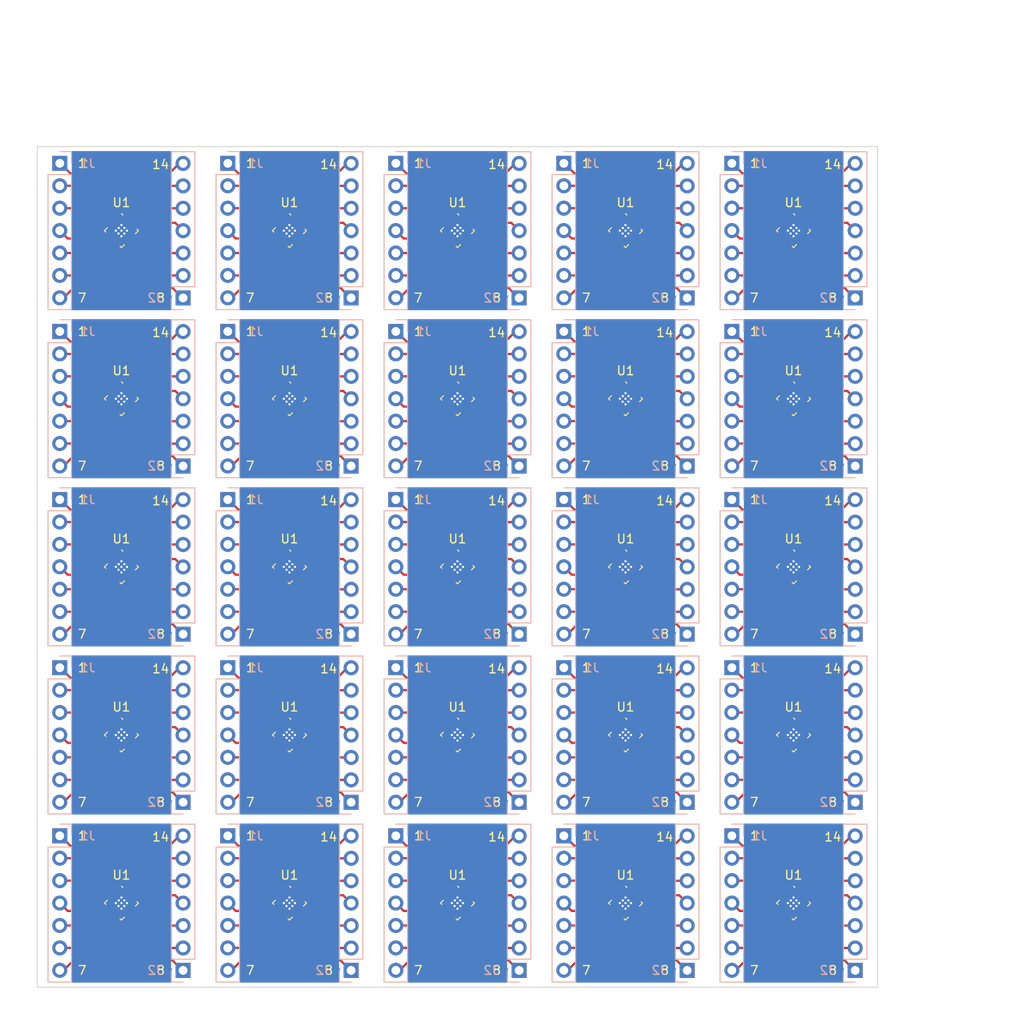
<source format=kicad_pcb>
(kicad_pcb (version 20211014) (generator pcbnew)
  (title_block (title "FUSB302 Breakout Board") (date "2023-03-03") (rev "A") (company "ElektroNik Zoller") (comment 1 "Author: Nikolai Zoller") (comment 4 "License: CERN-OHL-P"))
  (layers (0 "F.Cu" signal) (31 "B.Cu" signal) (34 "B.Paste" user) (35 "F.Paste" user) (36 "B.SilkS" user "B.Silkscreen") (37 "F.SilkS" user "F.Silkscreen") (38 "B.Mask" user) (39 "F.Mask" user) (44 "Edge.Cuts" user))
  (net 0 "")
  (net 1 "Board_0-GND")
  (net 2 "Board_0-VBUS")
  (net 3 "Board_0-VDD")
  (net 4 "Board_1-GND")
  (net 5 "Board_1-VBUS")
  (net 6 "Board_1-VDD")
  (net 7 "Board_2-GND")
  (net 8 "Board_2-VBUS")
  (net 9 "Board_2-VDD")
  (net 10 "Board_3-GND")
  (net 11 "Board_3-VBUS")
  (net 12 "Board_3-VDD")
  (net 13 "Board_4-GND")
  (net 14 "Board_4-VBUS")
  (net 15 "Board_4-VDD")
  (net 16 "Board_5-GND")
  (net 17 "Board_5-VBUS")
  (net 18 "Board_5-VDD")
  (net 19 "Board_6-GND")
  (net 20 "Board_6-VBUS")
  (net 21 "Board_6-VDD")
  (net 22 "Board_7-GND")
  (net 23 "Board_7-VBUS")
  (net 24 "Board_7-VDD")
  (net 25 "Board_8-GND")
  (net 26 "Board_8-VBUS")
  (net 27 "Board_8-VDD")
  (net 28 "Board_9-GND")
  (net 29 "Board_9-VBUS")
  (net 30 "Board_9-VDD")
  (net 31 "Board_10-GND")
  (net 32 "Board_10-VBUS")
  (net 33 "Board_10-VDD")
  (net 34 "Board_11-GND")
  (net 35 "Board_11-VBUS")
  (net 36 "Board_11-VDD")
  (net 37 "Board_12-GND")
  (net 38 "Board_12-VBUS")
  (net 39 "Board_12-VDD")
  (net 40 "Board_13-GND")
  (net 41 "Board_13-VBUS")
  (net 42 "Board_13-VDD")
  (net 43 "Board_14-GND")
  (net 44 "Board_14-VBUS")
  (net 45 "Board_14-VDD")
  (net 46 "Board_15-GND")
  (net 47 "Board_15-VBUS")
  (net 48 "Board_15-VDD")
  (net 49 "Board_16-GND")
  (net 50 "Board_16-VBUS")
  (net 51 "Board_16-VDD")
  (net 52 "Board_17-GND")
  (net 53 "Board_17-VBUS")
  (net 54 "Board_17-VDD")
  (net 55 "Board_18-GND")
  (net 56 "Board_18-VBUS")
  (net 57 "Board_18-VDD")
  (net 58 "Board_19-GND")
  (net 59 "Board_19-VBUS")
  (net 60 "Board_19-VDD")
  (net 61 "Board_0-CC1")
  (net 62 "Board_0-CC2")
  (net 63 "Board_0-INT_N")
  (net 64 "Board_0-SCL")
  (net 65 "Board_0-SDA")
  (net 66 "Board_0-VCONN")
  (net 67 "Board_1-CC1")
  (net 68 "Board_1-CC2")
  (net 69 "Board_1-INT_N")
  (net 70 "Board_1-SCL")
  (net 71 "Board_1-SDA")
  (net 72 "Board_1-VCONN")
  (net 73 "Board_2-CC1")
  (net 74 "Board_2-CC2")
  (net 75 "Board_2-INT_N")
  (net 76 "Board_2-SCL")
  (net 77 "Board_2-SDA")
  (net 78 "Board_2-VCONN")
  (net 79 "Board_3-CC1")
  (net 80 "Board_3-CC2")
  (net 81 "Board_3-INT_N")
  (net 82 "Board_3-SCL")
  (net 83 "Board_3-SDA")
  (net 84 "Board_3-VCONN")
  (net 85 "Board_4-CC1")
  (net 86 "Board_4-CC2")
  (net 87 "Board_4-INT_N")
  (net 88 "Board_4-SCL")
  (net 89 "Board_4-SDA")
  (net 90 "Board_4-VCONN")
  (net 91 "Board_5-CC1")
  (net 92 "Board_5-CC2")
  (net 93 "Board_5-INT_N")
  (net 94 "Board_5-SCL")
  (net 95 "Board_5-SDA")
  (net 96 "Board_5-VCONN")
  (net 97 "Board_6-CC1")
  (net 98 "Board_6-CC2")
  (net 99 "Board_6-INT_N")
  (net 100 "Board_6-SCL")
  (net 101 "Board_6-SDA")
  (net 102 "Board_6-VCONN")
  (net 103 "Board_7-CC1")
  (net 104 "Board_7-CC2")
  (net 105 "Board_7-INT_N")
  (net 106 "Board_7-SCL")
  (net 107 "Board_7-SDA")
  (net 108 "Board_7-VCONN")
  (net 109 "Board_8-CC1")
  (net 110 "Board_8-CC2")
  (net 111 "Board_8-INT_N")
  (net 112 "Board_8-SCL")
  (net 113 "Board_8-SDA")
  (net 114 "Board_8-VCONN")
  (net 115 "Board_9-CC1")
  (net 116 "Board_9-CC2")
  (net 117 "Board_9-INT_N")
  (net 118 "Board_9-SCL")
  (net 119 "Board_9-SDA")
  (net 120 "Board_9-VCONN")
  (net 121 "Board_10-CC1")
  (net 122 "Board_10-CC2")
  (net 123 "Board_10-INT_N")
  (net 124 "Board_10-SCL")
  (net 125 "Board_10-SDA")
  (net 126 "Board_10-VCONN")
  (net 127 "Board_11-CC1")
  (net 128 "Board_11-CC2")
  (net 129 "Board_11-INT_N")
  (net 130 "Board_11-SCL")
  (net 131 "Board_11-SDA")
  (net 132 "Board_11-VCONN")
  (net 133 "Board_12-CC1")
  (net 134 "Board_12-CC2")
  (net 135 "Board_12-INT_N")
  (net 136 "Board_12-SCL")
  (net 137 "Board_12-SDA")
  (net 138 "Board_12-VCONN")
  (net 139 "Board_13-CC1")
  (net 140 "Board_13-CC2")
  (net 141 "Board_13-INT_N")
  (net 142 "Board_13-SCL")
  (net 143 "Board_13-SDA")
  (net 144 "Board_13-VCONN")
  (net 145 "Board_14-CC1")
  (net 146 "Board_14-CC2")
  (net 147 "Board_14-INT_N")
  (net 148 "Board_14-SCL")
  (net 149 "Board_14-SDA")
  (net 150 "Board_14-VCONN")
  (net 151 "Board_15-CC1")
  (net 152 "Board_15-CC2")
  (net 153 "Board_15-INT_N")
  (net 154 "Board_15-SCL")
  (net 155 "Board_15-SDA")
  (net 156 "Board_15-VCONN")
  (net 157 "Board_16-CC1")
  (net 158 "Board_16-CC2")
  (net 159 "Board_16-INT_N")
  (net 160 "Board_16-SCL")
  (net 161 "Board_16-SDA")
  (net 162 "Board_16-VCONN")
  (net 163 "Board_17-CC1")
  (net 164 "Board_17-CC2")
  (net 165 "Board_17-INT_N")
  (net 166 "Board_17-SCL")
  (net 167 "Board_17-SDA")
  (net 168 "Board_17-VCONN")
  (net 169 "Board_18-CC1")
  (net 170 "Board_18-CC2")
  (net 171 "Board_18-INT_N")
  (net 172 "Board_18-SCL")
  (net 173 "Board_18-SDA")
  (net 174 "Board_18-VCONN")
  (net 175 "Board_19-CC1")
  (net 176 "Board_19-CC2")
  (net 177 "Board_19-INT_N")
  (net 178 "Board_19-SCL")
  (net 179 "Board_19-SDA")
  (net 180 "Board_19-VCONN")
  (net 181 "Board_20-CC1")
  (net 182 "Board_20-CC2")
  (net 183 "Board_20-GND")
  (net 184 "Board_20-INT_N")
  (net 185 "Board_20-SCL")
  (net 186 "Board_20-SDA")
  (net 187 "Board_20-VBUS")
  (net 188 "Board_20-VCONN")
  (net 189 "Board_20-VDD")
  (net 190 "Board_21-CC1")
  (net 191 "Board_21-CC2")
  (net 192 "Board_21-GND")
  (net 193 "Board_21-INT_N")
  (net 194 "Board_21-SCL")
  (net 195 "Board_21-SDA")
  (net 196 "Board_21-VBUS")
  (net 197 "Board_21-VCONN")
  (net 198 "Board_21-VDD")
  (net 199 "Board_22-CC1")
  (net 200 "Board_22-CC2")
  (net 201 "Board_22-GND")
  (net 202 "Board_22-INT_N")
  (net 203 "Board_22-SCL")
  (net 204 "Board_22-SDA")
  (net 205 "Board_22-VBUS")
  (net 206 "Board_22-VCONN")
  (net 207 "Board_22-VDD")
  (net 208 "Board_23-CC1")
  (net 209 "Board_23-CC2")
  (net 210 "Board_23-GND")
  (net 211 "Board_23-INT_N")
  (net 212 "Board_23-SCL")
  (net 213 "Board_23-SDA")
  (net 214 "Board_23-VBUS")
  (net 215 "Board_23-VCONN")
  (net 216 "Board_23-VDD")
  (net 217 "Board_24-CC1")
  (net 218 "Board_24-CC2")
  (net 219 "Board_24-GND")
  (net 220 "Board_24-INT_N")
  (net 221 "Board_24-SCL")
  (net 222 "Board_24-SDA")
  (net 223 "Board_24-VBUS")
  (net 224 "Board_24-VCONN")
  (net 225 "Board_24-VDD")
  (footprint "Package_DFN_QFN:WQFN-14-1EP_2.5x2.5mm_P0.5mm_EP1.45x1.45mm" (layer "F.Cu") (at 129.48 97.625 -45)
    (fp_text reference "U1")
    (fp_text value "FUSB302BMPX")
  )
  (footprint "Package_DFN_QFN:WQFN-14-1EP_2.5x2.5mm_P0.5mm_EP1.45x1.45mm" (layer "F.Cu") (at 148.51 78.575 -45)
    (fp_text reference "U1")
    (fp_text value "FUSB302BMPX")
  )
  (footprint "Package_DFN_QFN:WQFN-14-1EP_2.5x2.5mm_P0.5mm_EP1.45x1.45mm" (layer "F.Cu") (at 129.48 59.525 -45)
    (fp_text reference "U1")
    (fp_text value "FUSB302BMPX")
  )
  (footprint "Package_DFN_QFN:WQFN-14-1EP_2.5x2.5mm_P0.5mm_EP1.45x1.45mm" (layer "F.Cu") (at 167.54 135.725 -45)
    (fp_text reference "U1")
    (fp_text value "FUSB302BMPX")
  )
  (footprint "Package_DFN_QFN:WQFN-14-1EP_2.5x2.5mm_P0.5mm_EP1.45x1.45mm" (layer "F.Cu") (at 110.45 135.725 -45)
    (fp_text reference "U1")
    (fp_text value "FUSB302BMPX")
  )
  (footprint "Package_DFN_QFN:WQFN-14-1EP_2.5x2.5mm_P0.5mm_EP1.45x1.45mm" (layer "F.Cu") (at 148.51 116.675 -45)
    (fp_text reference "U1")
    (fp_text value "FUSB302BMPX")
  )
  (footprint "Package_DFN_QFN:WQFN-14-1EP_2.5x2.5mm_P0.5mm_EP1.45x1.45mm" (layer "F.Cu") (at 186.57 116.675 -45)
    (fp_text reference "U1")
    (fp_text value "FUSB302BMPX")
  )
  (footprint "Package_DFN_QFN:WQFN-14-1EP_2.5x2.5mm_P0.5mm_EP1.45x1.45mm" (layer "F.Cu") (at 186.57 59.525 -45)
    (fp_text reference "U1")
    (fp_text value "FUSB302BMPX")
  )
  (footprint "Package_DFN_QFN:WQFN-14-1EP_2.5x2.5mm_P0.5mm_EP1.45x1.45mm" (layer "F.Cu") (at 129.48 135.725 -45)
    (fp_text reference "U1")
    (fp_text value "FUSB302BMPX")
  )
  (footprint "Package_DFN_QFN:WQFN-14-1EP_2.5x2.5mm_P0.5mm_EP1.45x1.45mm" (layer "F.Cu") (at 167.54 59.525 -45)
    (fp_text reference "U1")
    (fp_text value "FUSB302BMPX")
  )
  (footprint "Package_DFN_QFN:WQFN-14-1EP_2.5x2.5mm_P0.5mm_EP1.45x1.45mm" (layer "F.Cu") (at 110.45 97.625 -45)
    (fp_text reference "U1")
    (fp_text value "FUSB302BMPX")
  )
  (footprint "Package_DFN_QFN:WQFN-14-1EP_2.5x2.5mm_P0.5mm_EP1.45x1.45mm" (layer "F.Cu") (at 110.45 78.575 -45)
    (fp_text reference "U1")
    (fp_text value "FUSB302BMPX")
  )
  (footprint "Package_DFN_QFN:WQFN-14-1EP_2.5x2.5mm_P0.5mm_EP1.45x1.45mm" (layer "F.Cu") (at 129.48 78.575 -45)
    (fp_text reference "U1")
    (fp_text value "FUSB302BMPX")
  )
  (footprint "Package_DFN_QFN:WQFN-14-1EP_2.5x2.5mm_P0.5mm_EP1.45x1.45mm" (layer "F.Cu") (at 167.54 78.575 -45)
    (fp_text reference "U1")
    (fp_text value "FUSB302BMPX")
  )
  (footprint "Package_DFN_QFN:WQFN-14-1EP_2.5x2.5mm_P0.5mm_EP1.45x1.45mm" (layer "F.Cu") (at 129.48 116.675 -45)
    (fp_text reference "U1")
    (fp_text value "FUSB302BMPX")
  )
  (footprint "Package_DFN_QFN:WQFN-14-1EP_2.5x2.5mm_P0.5mm_EP1.45x1.45mm" (layer "F.Cu") (at 186.57 97.625 -45)
    (fp_text reference "U1")
    (fp_text value "FUSB302BMPX")
  )
  (footprint "Package_DFN_QFN:WQFN-14-1EP_2.5x2.5mm_P0.5mm_EP1.45x1.45mm" (layer "F.Cu") (at 110.45 59.525 -45)
    (fp_text reference "U1")
    (fp_text value "FUSB302BMPX")
  )
  (footprint "Package_DFN_QFN:WQFN-14-1EP_2.5x2.5mm_P0.5mm_EP1.45x1.45mm" (layer "F.Cu") (at 186.57 78.575 -45)
    (fp_text reference "U1")
    (fp_text value "FUSB302BMPX")
  )
  (footprint "Package_DFN_QFN:WQFN-14-1EP_2.5x2.5mm_P0.5mm_EP1.45x1.45mm" (layer "F.Cu") (at 167.54 116.675 -45)
    (fp_text reference "U1")
    (fp_text value "FUSB302BMPX")
  )
  (footprint "Package_DFN_QFN:WQFN-14-1EP_2.5x2.5mm_P0.5mm_EP1.45x1.45mm" (layer "F.Cu") (at 148.51 135.725 -45)
    (fp_text reference "U1")
    (fp_text value "FUSB302BMPX")
  )
  (footprint "Package_DFN_QFN:WQFN-14-1EP_2.5x2.5mm_P0.5mm_EP1.45x1.45mm" (layer "F.Cu") (at 148.51 59.525 -45)
    (fp_text reference "U1")
    (fp_text value "FUSB302BMPX")
  )
  (footprint "Package_DFN_QFN:WQFN-14-1EP_2.5x2.5mm_P0.5mm_EP1.45x1.45mm" (layer "F.Cu") (at 110.45 116.675 -45)
    (fp_text reference "U1")
    (fp_text value "FUSB302BMPX")
  )
  (footprint "Package_DFN_QFN:WQFN-14-1EP_2.5x2.5mm_P0.5mm_EP1.45x1.45mm" (layer "F.Cu") (at 186.57 135.725 -45)
    (fp_text reference "U1")
    (fp_text value "FUSB302BMPX")
  )
  (footprint "Package_DFN_QFN:WQFN-14-1EP_2.5x2.5mm_P0.5mm_EP1.45x1.45mm" (layer "F.Cu") (at 148.51 97.625 -45)
    (fp_text reference "U1")
    (fp_text value "FUSB302BMPX")
  )
  (footprint "Package_DFN_QFN:WQFN-14-1EP_2.5x2.5mm_P0.5mm_EP1.45x1.45mm" (layer "F.Cu") (at 167.54 97.625 -45)
    (fp_text reference "U1")
    (fp_text value "FUSB302BMPX")
  )
  (footprint "Connector_PinHeader_2.54mm:PinHeader_1x07_P2.54mm_Vertical" (layer "B.Cu") (at 141.525 109.05 180)
    (fp_text reference "J1")
    (fp_text value "Conn_01x07_Male")
  )
  (footprint "drawings:elektronik-emblem_3x3.5_solder" (layer "B.Cu") (at 167.54 110.96 180)
    (fp_text reference "G***" hide)
    (fp_text value "LOGO" hide)
  )
  (footprint "Connector_PinHeader_2.54mm:PinHeader_1x07_P2.54mm_Vertical" (layer "B.Cu") (at 179.585 70.95 180)
    (fp_text reference "J1")
    (fp_text value "Conn_01x07_Male")
  )
  (footprint "drawings:elektronik-emblem_3x3.5_solder" (layer "B.Cu") (at 110.45 91.91 180)
    (fp_text reference "G***" hide)
    (fp_text value "LOGO" hide)
  )
  (footprint "drawings:elektronik-emblem_3x3.5_solder" (layer "B.Cu") (at 167.54 72.86 180)
    (fp_text reference "G***" hide)
    (fp_text value "LOGO" hide)
  )
  (footprint "Connector_PinHeader_2.54mm:PinHeader_1x07_P2.54mm_Vertical" (layer "B.Cu") (at 174.525 67.15)
    (fp_text reference "J2")
    (fp_text value "Conn_01x07_Male")
  )
  (footprint "Connector_PinHeader_2.54mm:PinHeader_1x07_P2.54mm_Vertical" (layer "B.Cu") (at 141.525 128.1 180)
    (fp_text reference "J1")
    (fp_text value "Conn_01x07_Male")
  )
  (footprint "Connector_PinHeader_2.54mm:PinHeader_1x07_P2.54mm_Vertical" (layer "B.Cu") (at 193.555 143.35)
    (fp_text reference "J2")
    (fp_text value "Conn_01x07_Male")
  )
  (footprint "Connector_PinHeader_2.54mm:PinHeader_1x07_P2.54mm_Vertical" (layer "B.Cu") (at 193.555 86.2)
    (fp_text reference "J2")
    (fp_text value "Conn_01x07_Male")
  )
  (footprint "Connector_PinHeader_2.54mm:PinHeader_1x07_P2.54mm_Vertical" (layer "B.Cu") (at 117.435 124.3)
    (fp_text reference "J2")
    (fp_text value "Conn_01x07_Male")
  )
  (footprint "drawings:elektronik-emblem_3x3.5_solder" (layer "B.Cu") (at 129.48 110.96 180)
    (fp_text reference "G***" hide)
    (fp_text value "LOGO" hide)
  )
  (footprint "Connector_PinHeader_2.54mm:PinHeader_1x07_P2.54mm_Vertical" (layer "B.Cu") (at 160.555 51.9 180)
    (fp_text reference "J1")
    (fp_text value "Conn_01x07_Male")
  )
  (footprint "Connector_PinHeader_2.54mm:PinHeader_1x07_P2.54mm_Vertical" (layer "B.Cu") (at 136.465 86.2)
    (fp_text reference "J2")
    (fp_text value "Conn_01x07_Male")
  )
  (footprint "drawings:elektronik-emblem_3x3.5_solder" (layer "B.Cu") (at 167.54 53.81 180)
    (fp_text reference "G***" hide)
    (fp_text value "LOGO" hide)
  )
  (footprint "Connector_PinHeader_2.54mm:PinHeader_1x07_P2.54mm_Vertical" (layer "B.Cu") (at 136.465 105.25)
    (fp_text reference "J2")
    (fp_text value "Conn_01x07_Male")
  )
  (footprint "Connector_PinHeader_2.54mm:PinHeader_1x07_P2.54mm_Vertical" (layer "B.Cu") (at 193.555 105.25)
    (fp_text reference "J2")
    (fp_text value "Conn_01x07_Male")
  )
  (footprint "Connector_PinHeader_2.54mm:PinHeader_1x07_P2.54mm_Vertical" (layer "B.Cu") (at 103.465 109.05 180)
    (fp_text reference "J1")
    (fp_text value "Conn_01x07_Male")
  )
  (footprint "drawings:elektronik-emblem_3x3.5_solder" (layer "B.Cu") (at 148.51 53.81 180)
    (fp_text reference "G***" hide)
    (fp_text value "LOGO" hide)
  )
  (footprint "drawings:elektronik-emblem_3x3.5_solder" (layer "B.Cu") (at 148.51 72.86 180)
    (fp_text reference "G***" hide)
    (fp_text value "LOGO" hide)
  )
  (footprint "Connector_PinHeader_2.54mm:PinHeader_1x07_P2.54mm_Vertical" (layer "B.Cu") (at 122.495 51.9 180)
    (fp_text reference "J1")
    (fp_text value "Conn_01x07_Male")
  )
  (footprint "Connector_PinHeader_2.54mm:PinHeader_1x07_P2.54mm_Vertical" (layer "B.Cu") (at 117.435 143.35)
    (fp_text reference "J2")
    (fp_text value "Conn_01x07_Male")
  )
  (footprint "Connector_PinHeader_2.54mm:PinHeader_1x07_P2.54mm_Vertical" (layer "B.Cu") (at 155.495 67.15)
    (fp_text reference "J2")
    (fp_text value "Conn_01x07_Male")
  )
  (footprint "Connector_PinHeader_2.54mm:PinHeader_1x07_P2.54mm_Vertical" (layer "B.Cu") (at 122.495 70.95 180)
    (fp_text reference "J1")
    (fp_text value "Conn_01x07_Male")
  )
  (footprint "Connector_PinHeader_2.54mm:PinHeader_1x07_P2.54mm_Vertical" (layer "B.Cu") (at 141.525 90 180)
    (fp_text reference "J1")
    (fp_text value "Conn_01x07_Male")
  )
  (footprint "drawings:elektronik-emblem_3x3.5_solder" (layer "B.Cu") (at 129.48 53.81 180)
    (fp_text reference "G***" hide)
    (fp_text value "LOGO" hide)
  )
  (footprint "drawings:elektronik-emblem_3x3.5_solder" (layer "B.Cu") (at 186.57 130.01 180)
    (fp_text reference "G***" hide)
    (fp_text value "LOGO" hide)
  )
  (footprint "Connector_PinHeader_2.54mm:PinHeader_1x07_P2.54mm_Vertical" (layer "B.Cu") (at 155.495 86.2)
    (fp_text reference "J2")
    (fp_text value "Conn_01x07_Male")
  )
  (footprint "Connector_PinHeader_2.54mm:PinHeader_1x07_P2.54mm_Vertical" (layer "B.Cu") (at 174.525 124.3)
    (fp_text reference "J2")
    (fp_text value "Conn_01x07_Male")
  )
  (footprint "Connector_PinHeader_2.54mm:PinHeader_1x07_P2.54mm_Vertical" (layer "B.Cu") (at 155.495 124.3)
    (fp_text reference "J2")
    (fp_text value "Conn_01x07_Male")
  )
  (footprint "Connector_PinHeader_2.54mm:PinHeader_1x07_P2.54mm_Vertical" (layer "B.Cu") (at 136.465 143.35)
    (fp_text reference "J2")
    (fp_text value "Conn_01x07_Male")
  )
  (footprint "Connector_PinHeader_2.54mm:PinHeader_1x07_P2.54mm_Vertical" (layer "B.Cu") (at 122.495 109.05 180)
    (fp_text reference "J1")
    (fp_text value "Conn_01x07_Male")
  )
  (footprint "Connector_PinHeader_2.54mm:PinHeader_1x07_P2.54mm_Vertical" (layer "B.Cu") (at 160.555 70.95 180)
    (fp_text reference "J1")
    (fp_text value "Conn_01x07_Male")
  )
  (footprint "drawings:elektronik-emblem_3x3.5_solder" (layer "B.Cu") (at 167.54 130.01 180)
    (fp_text reference "G***" hide)
    (fp_text value "LOGO" hide)
  )
  (footprint "Connector_PinHeader_2.54mm:PinHeader_1x07_P2.54mm_Vertical" (layer "B.Cu") (at 103.465 51.9 180)
    (fp_text reference "J1")
    (fp_text value "Conn_01x07_Male")
  )
  (footprint "drawings:elektronik-emblem_3x3.5_solder" (layer "B.Cu") (at 129.48 72.86 180)
    (fp_text reference "G***" hide)
    (fp_text value "LOGO" hide)
  )
  (footprint "Connector_PinHeader_2.54mm:PinHeader_1x07_P2.54mm_Vertical" (layer "B.Cu") (at 155.495 143.35)
    (fp_text reference "J2")
    (fp_text value "Conn_01x07_Male")
  )
  (footprint "Connector_PinHeader_2.54mm:PinHeader_1x07_P2.54mm_Vertical" (layer "B.Cu") (at 103.465 128.1 180)
    (fp_text reference "J1")
    (fp_text value "Conn_01x07_Male")
  )
  (footprint "Connector_PinHeader_2.54mm:PinHeader_1x07_P2.54mm_Vertical" (layer "B.Cu") (at 136.465 124.3)
    (fp_text reference "J2")
    (fp_text value "Conn_01x07_Male")
  )
  (footprint "Connector_PinHeader_2.54mm:PinHeader_1x07_P2.54mm_Vertical" (layer "B.Cu") (at 193.555 67.15)
    (fp_text reference "J2")
    (fp_text value "Conn_01x07_Male")
  )
  (footprint "Connector_PinHeader_2.54mm:PinHeader_1x07_P2.54mm_Vertical" (layer "B.Cu") (at 141.525 70.95 180)
    (fp_text reference "J1")
    (fp_text value "Conn_01x07_Male")
  )
  (footprint "Connector_PinHeader_2.54mm:PinHeader_1x07_P2.54mm_Vertical" (layer "B.Cu") (at 160.555 128.1 180)
    (fp_text reference "J1")
    (fp_text value "Conn_01x07_Male")
  )
  (footprint "Connector_PinHeader_2.54mm:PinHeader_1x07_P2.54mm_Vertical" (layer "B.Cu") (at 122.495 128.1 180)
    (fp_text reference "J1")
    (fp_text value "Conn_01x07_Male")
  )
  (footprint "drawings:elektronik-emblem_3x3.5_solder" (layer "B.Cu") (at 110.45 53.81 180)
    (fp_text reference "G***" hide)
    (fp_text value "LOGO" hide)
  )
  (footprint "Connector_PinHeader_2.54mm:PinHeader_1x07_P2.54mm_Vertical" (layer "B.Cu") (at 174.525 143.35)
    (fp_text reference "J2")
    (fp_text value "Conn_01x07_Male")
  )
  (footprint "drawings:elektronik-emblem_3x3.5_solder" (layer "B.Cu") (at 110.45 72.86 180)
    (fp_text reference "G***" hide)
    (fp_text value "LOGO" hide)
  )
  (footprint "Connector_PinHeader_2.54mm:PinHeader_1x07_P2.54mm_Vertical" (layer "B.Cu") (at 179.585 90 180)
    (fp_text reference "J1")
    (fp_text value "Conn_01x07_Male")
  )
  (footprint "Connector_PinHeader_2.54mm:PinHeader_1x07_P2.54mm_Vertical" (layer "B.Cu") (at 155.495 105.25)
    (fp_text reference "J2")
    (fp_text value "Conn_01x07_Male")
  )
  (footprint "drawings:elektronik-emblem_3x3.5_solder" (layer "B.Cu") (at 110.45 110.96 180)
    (fp_text reference "G***" hide)
    (fp_text value "LOGO" hide)
  )
  (footprint "Connector_PinHeader_2.54mm:PinHeader_1x07_P2.54mm_Vertical" (layer "B.Cu") (at 103.465 90 180)
    (fp_text reference "J1")
    (fp_text value "Conn_01x07_Male")
  )
  (footprint "Connector_PinHeader_2.54mm:PinHeader_1x07_P2.54mm_Vertical" (layer "B.Cu") (at 179.585 109.05 180)
    (fp_text reference "J1")
    (fp_text value "Conn_01x07_Male")
  )
  (footprint "Connector_PinHeader_2.54mm:PinHeader_1x07_P2.54mm_Vertical" (layer "B.Cu") (at 122.495 90 180)
    (fp_text reference "J1")
    (fp_text value "Conn_01x07_Male")
  )
  (footprint "drawings:elektronik-emblem_3x3.5_solder" (layer "B.Cu") (at 129.48 91.91 180)
    (fp_text reference "G***" hide)
    (fp_text value "LOGO" hide)
  )
  (footprint "Connector_PinHeader_2.54mm:PinHeader_1x07_P2.54mm_Vertical" (layer "B.Cu") (at 174.525 86.2)
    (fp_text reference "J2")
    (fp_text value "Conn_01x07_Male")
  )
  (footprint "drawings:elektronik-emblem_3x3.5_solder" (layer "B.Cu") (at 148.51 110.96 180)
    (fp_text reference "G***" hide)
    (fp_text value "LOGO" hide)
  )
  (footprint "drawings:elektronik-emblem_3x3.5_solder" (layer "B.Cu") (at 186.57 110.96 180)
    (fp_text reference "G***" hide)
    (fp_text value "LOGO" hide)
  )
  (footprint "Connector_PinHeader_2.54mm:PinHeader_1x07_P2.54mm_Vertical" (layer "B.Cu") (at 160.555 90 180)
    (fp_text reference "J1")
    (fp_text value "Conn_01x07_Male")
  )
  (footprint "Connector_PinHeader_2.54mm:PinHeader_1x07_P2.54mm_Vertical" (layer "B.Cu") (at 117.435 86.2)
    (fp_text reference "J2")
    (fp_text value "Conn_01x07_Male")
  )
  (footprint "Connector_PinHeader_2.54mm:PinHeader_1x07_P2.54mm_Vertical" (layer "B.Cu") (at 160.555 109.05 180)
    (fp_text reference "J1")
    (fp_text value "Conn_01x07_Male")
  )
  (footprint "drawings:elektronik-emblem_3x3.5_solder" (layer "B.Cu") (at 148.51 130.01 180)
    (fp_text reference "G***" hide)
    (fp_text value "LOGO" hide)
  )
  (footprint "Connector_PinHeader_2.54mm:PinHeader_1x07_P2.54mm_Vertical" (layer "B.Cu") (at 193.555 124.3)
    (fp_text reference "J2")
    (fp_text value "Conn_01x07_Male")
  )
  (footprint "Connector_PinHeader_2.54mm:PinHeader_1x07_P2.54mm_Vertical" (layer "B.Cu") (at 141.525 51.9 180)
    (fp_text reference "J1")
    (fp_text value "Conn_01x07_Male")
  )
  (footprint "drawings:elektronik-emblem_3x3.5_solder" (layer "B.Cu") (at 110.45 130.01 180)
    (fp_text reference "G***" hide)
    (fp_text value "LOGO" hide)
  )
  (footprint "Connector_PinHeader_2.54mm:PinHeader_1x07_P2.54mm_Vertical" (layer "B.Cu") (at 117.435 67.15)
    (fp_text reference "J2")
    (fp_text value "Conn_01x07_Male")
  )
  (footprint "Connector_PinHeader_2.54mm:PinHeader_1x07_P2.54mm_Vertical" (layer "B.Cu") (at 174.525 105.25)
    (fp_text reference "J2")
    (fp_text value "Conn_01x07_Male")
  )
  (footprint "drawings:elektronik-emblem_3x3.5_solder" (layer "B.Cu") (at 186.57 72.86 180)
    (fp_text reference "G***" hide)
    (fp_text value "LOGO" hide)
  )
  (footprint "drawings:elektronik-emblem_3x3.5_solder" (layer "B.Cu") (at 186.57 53.81 180)
    (fp_text reference "G***" hide)
    (fp_text value "LOGO" hide)
  )
  (footprint "Connector_PinHeader_2.54mm:PinHeader_1x07_P2.54mm_Vertical" (layer "B.Cu") (at 179.585 51.9 180)
    (fp_text reference "J1")
    (fp_text value "Conn_01x07_Male")
  )
  (footprint "Connector_PinHeader_2.54mm:PinHeader_1x07_P2.54mm_Vertical" (layer "B.Cu") (at 117.435 105.25)
    (fp_text reference "J2")
    (fp_text value "Conn_01x07_Male")
  )
  (footprint "drawings:elektronik-emblem_3x3.5_solder" (layer "B.Cu") (at 186.57 91.91 180)
    (fp_text reference "G***" hide)
    (fp_text value "LOGO" hide)
  )
  (footprint "Connector_PinHeader_2.54mm:PinHeader_1x07_P2.54mm_Vertical" (layer "B.Cu") (at 179.585 128.1 180)
    (fp_text reference "J1")
    (fp_text value "Conn_01x07_Male")
  )
  (footprint "drawings:elektronik-emblem_3x3.5_solder" (layer "B.Cu") (at 129.48 130.01 180)
    (fp_text reference "G***" hide)
    (fp_text value "LOGO" hide)
  )
  (footprint "drawings:elektronik-emblem_3x3.5_solder" (layer "B.Cu") (at 167.54 91.91 180)
    (fp_text reference "G***" hide)
    (fp_text value "LOGO" hide)
  )
  (footprint "drawings:elektronik-emblem_3x3.5_solder" (layer "B.Cu") (at 148.51 91.91 180)
    (fp_text reference "G***" hide)
    (fp_text value "LOGO" hide)
  )
  (footprint "Connector_PinHeader_2.54mm:PinHeader_1x07_P2.54mm_Vertical" (layer "B.Cu") (at 136.465 67.15)
    (fp_text reference "J2")
    (fp_text value "Conn_01x07_Male")
  )
  (footprint "Connector_PinHeader_2.54mm:PinHeader_1x07_P2.54mm_Vertical" (layer "B.Cu") (at 103.465 70.95 180)
    (fp_text reference "J1")
    (fp_text value "Conn_01x07_Male")
  )
  (gr_line (start 196.075 126.2) (end 196.075 107.15) (layer "Edge.Cuts") (width 0.1))
  (gr_line (start 177.045 145.25) (end 196.075 145.25) (layer "Edge.Cuts") (width 0.1))
  (gr_line (start 196.075 107.15) (end 196.075 88.1) (layer "Edge.Cuts") (width 0.1))
  (gr_line (start 196.075 50) (end 177.045 50) (layer "Edge.Cuts") (width 0.1))
  (gr_line (start 196.075 88.1) (end 196.075 88.1) (layer "Edge.Cuts") (width 0.1))
  (gr_line (start 119.955 145.25) (end 138.985 145.25) (layer "Edge.Cuts") (width 0.1))
  (gr_line (start 100.925 145.25) (end 119.955 145.25) (layer "Edge.Cuts") (width 0.1))
  (gr_line (start 196.075 88.1) (end 196.075 69.05) (layer "Edge.Cuts") (width 0.1))
  (gr_line (start 100.925 107.15) (end 100.925 126.2) (layer "Edge.Cuts") (width 0.1))
  (gr_line (start 138.985 145.25) (end 158.015 145.25) (layer "Edge.Cuts") (width 0.1))
  (gr_line (start 100.925 69.05) (end 100.925 88.1) (layer "Edge.Cuts") (width 0.1))
  (gr_line (start 119.955 50) (end 100.925 50) (layer "Edge.Cuts") (width 0.1))
  (gr_line (start 196.075 69.05) (end 196.075 50) (layer "Edge.Cuts") (width 0.1))
  (gr_line (start 158.015 145.25) (end 177.045 145.25) (layer "Edge.Cuts") (width 0.1))
  (gr_line (start 196.075 145.25) (end 196.075 126.2) (layer "Edge.Cuts") (width 0.1))
  (gr_line (start 100.925 50) (end 100.925 69.05) (layer "Edge.Cuts") (width 0.1))
  (gr_line (start 100.925 126.2) (end 100.925 145.25) (layer "Edge.Cuts") (width 0.1))
  (gr_line (start 177.045 50) (end 158.015 50) (layer "Edge.Cuts") (width 0.1))
  (gr_line (start 158.015 50) (end 138.985 50) (layer "Edge.Cuts") (width 0.1))
  (gr_line (start 100.925 88.1) (end 100.925 107.15) (layer "Edge.Cuts") (width 0.1))
  (gr_line (start 138.985 50) (end 119.955 50) (layer "Edge.Cuts") (width 0.1))
  (gr_text "7" (at 106.005 67.145) (layer "F.SilkS") (effects (font (size 1 1))))
  (gr_text "7" (at 125.035 67.145) (layer "F.SilkS") (effects (font (size 1 1))))
  (gr_text "7" (at 163.095 67.145) (layer "F.SilkS") (effects (font (size 1 1))))
  (gr_text "7" (at 125.035 86.195) (layer "F.SilkS") (effects (font (size 1 1))))
  (gr_text "7" (at 106.005 86.195) (layer "F.SilkS") (effects (font (size 1 1))))
  (gr_text "7" (at 163.095 86.195) (layer "F.SilkS") (effects (font (size 1 1))))
  (gr_text "7" (at 125.035 124.295) (layer "F.SilkS") (effects (font (size 1 1))))
  (gr_text "7" (at 144.065 67.145) (layer "F.SilkS") (effects (font (size 1 1))))
  (gr_text "7" (at 106.005 124.295) (layer "F.SilkS") (effects (font (size 1 1))))
  (gr_text "7" (at 182.125 67.145) (layer "F.SilkS") (effects (font (size 1 1))))
  (gr_text "7" (at 144.065 86.195) (layer "F.SilkS") (effects (font (size 1 1))))
  (gr_text "7" (at 182.125 86.195) (layer "F.SilkS") (effects (font (size 1 1))))
  (gr_text "7" (at 144.065 124.295) (layer "F.SilkS") (effects (font (size 1 1))))
  (gr_text "7" (at 144.065 105.245) (layer "F.SilkS") (effects (font (size 1 1))))
  (gr_text "7" (at 106.005 105.245) (layer "F.SilkS") (effects (font (size 1 1))))
  (gr_text "7" (at 125.035 143.345) (layer "F.SilkS") (effects (font (size 1 1))))
  (gr_text "7" (at 125.035 105.245) (layer "F.SilkS") (effects (font (size 1 1))))
  (gr_text "7" (at 182.125 143.345) (layer "F.SilkS") (effects (font (size 1 1))))
  (gr_text "7" (at 163.095 124.295) (layer "F.SilkS") (effects (font (size 1 1))))
  (gr_text "7" (at 182.125 105.245) (layer "F.SilkS") (effects (font (size 1 1))))
  (gr_text "7" (at 163.095 143.345) (layer "F.SilkS") (effects (font (size 1 1))))
  (gr_text "7" (at 106.005 143.345) (layer "F.SilkS") (effects (font (size 1 1))))
  (gr_text "7" (at 144.065 143.345) (layer "F.SilkS") (effects (font (size 1 1))))
  (gr_text "7" (at 163.095 105.245) (layer "F.SilkS") (effects (font (size 1 1))))
  (gr_text "7" (at 182.125 124.295) (layer "F.SilkS") (effects (font (size 1 1))))
  (gr_text "8" (at 171.985 143.345) (layer "F.SilkS") (effects (font (size 1 1))))
  (gr_text "8" (at 152.955 105.245) (layer "F.SilkS") (effects (font (size 1 1))))
  (gr_text "8" (at 133.925 143.345) (layer "F.SilkS") (effects (font (size 1 1))))
  (gr_text "8" (at 171.985 124.295) (layer "F.SilkS") (effects (font (size 1 1))))
  (gr_text "8" (at 114.895 124.295) (layer "F.SilkS") (effects (font (size 1 1))))
  (gr_text "8" (at 171.985 86.195) (layer "F.SilkS") (effects (font (size 1 1))))
  (gr_text "8" (at 114.895 143.345) (layer "F.SilkS") (effects (font (size 1 1))))
  (gr_text "8" (at 191.015 67.145) (layer "F.SilkS") (effects (font (size 1 1))))
  (gr_text "8" (at 171.985 105.245) (layer "F.SilkS") (effects (font (size 1 1))))
  (gr_text "8" (at 133.925 67.145) (layer "F.SilkS") (effects (font (size 1 1))))
  (gr_text "8" (at 133.925 86.195) (layer "F.SilkS") (effects (font (size 1 1))))
  (gr_text "8" (at 191.015 86.195) (layer "F.SilkS") (effects (font (size 1 1))))
  (gr_text "8" (at 152.955 86.195) (layer "F.SilkS") (effects (font (size 1 1))))
  (gr_text "8" (at 133.925 124.295) (layer "F.SilkS") (effects (font (size 1 1))))
  (gr_text "8" (at 152.955 67.145) (layer "F.SilkS") (effects (font (size 1 1))))
  (gr_text "8" (at 191.015 124.295) (layer "F.SilkS") (effects (font (size 1 1))))
  (gr_text "8" (at 191.015 105.245) (layer "F.SilkS") (effects (font (size 1 1))))
  (gr_text "8" (at 152.955 124.295) (layer "F.SilkS") (effects (font (size 1 1))))
  (gr_text "8" (at 171.985 67.145) (layer "F.SilkS") (effects (font (size 1 1))))
  (gr_text "8" (at 114.895 105.245) (layer "F.SilkS") (effects (font (size 1 1))))
  (gr_text "8" (at 152.955 143.345) (layer "F.SilkS") (effects (font (size 1 1))))
  (gr_text "8" (at 191.015 143.345) (layer "F.SilkS") (effects (font (size 1 1))))
  (gr_text "8" (at 114.895 67.145) (layer "F.SilkS") (effects (font (size 1 1))))
  (gr_text "8" (at 114.895 86.195) (layer "F.SilkS") (effects (font (size 1 1))))
  (gr_text "8" (at 133.925 105.245) (layer "F.SilkS") (effects (font (size 1 1))))
  (gr_text "14" (at 152.955 71.08) (layer "F.SilkS") (effects (font (size 1 1))))
  (gr_text "14" (at 191.015 52.03) (layer "F.SilkS") (effects (font (size 1 1))))
  (gr_text "14" (at 171.985 128.23) (layer "F.SilkS") (effects (font (size 1 1))))
  (gr_text "14" (at 152.955 128.23) (layer "F.SilkS") (effects (font (size 1 1))))
  (gr_text "14" (at 191.015 109.18) (layer "F.SilkS") (effects (font (size 1 1))))
  (gr_text "14" (at 191.015 128.23) (layer "F.SilkS") (effects (font (size 1 1))))
  (gr_text "14" (at 171.985 52.03) (layer "F.SilkS") (effects (font (size 1 1))))
  (gr_text "14" (at 114.895 52.03) (layer "F.SilkS") (effects (font (size 1 1))))
  (gr_text "14" (at 152.955 90.13) (layer "F.SilkS") (effects (font (size 1 1))))
  (gr_text "14" (at 133.925 71.08) (layer "F.SilkS") (effects (font (size 1 1))))
  (gr_text "14" (at 191.015 90.13) (layer "F.SilkS") (effects (font (size 1 1))))
  (gr_text "14" (at 114.895 128.23) (layer "F.SilkS") (effects (font (size 1 1))))
  (gr_text "14" (at 133.925 90.13) (layer "F.SilkS") (effects (font (size 1 1))))
  (gr_text "14" (at 191.015 71.08) (layer "F.SilkS") (effects (font (size 1 1))))
  (gr_text "14" (at 171.985 90.13) (layer "F.SilkS") (effects (font (size 1 1))))
  (gr_text "14" (at 114.895 109.18) (layer "F.SilkS") (effects (font (size 1 1))))
  (gr_text "14" (at 114.895 90.13) (layer "F.SilkS") (effects (font (size 1 1))))
  (gr_text "14" (at 171.985 109.18) (layer "F.SilkS") (effects (font (size 1 1))))
  (gr_text "14" (at 171.985 71.08) (layer "F.SilkS") (effects (font (size 1 1))))
  (gr_text "14" (at 133.925 109.18) (layer "F.SilkS") (effects (font (size 1 1))))
  (gr_text "14" (at 133.925 128.23) (layer "F.SilkS") (effects (font (size 1 1))))
  (gr_text "14" (at 152.955 52.03) (layer "F.SilkS") (effects (font (size 1 1))))
  (gr_text "14" (at 114.895 71.08) (layer "F.SilkS") (effects (font (size 1 1))))
  (gr_text "14" (at 152.955 109.18) (layer "F.SilkS") (effects (font (size 1 1))))
  (gr_text "14" (at 133.925 52.03) (layer "F.SilkS") (effects (font (size 1 1))))
  (gr_text "1" (at 144.065 128.105) (layer "F.SilkS") (effects (font (size 1 1))))
  (gr_text "1" (at 125.035 90.005) (layer "F.SilkS") (effects (font (size 1 1))))
  (gr_text "1" (at 144.065 90.005) (layer "F.SilkS") (effects (font (size 1 1))))
  (gr_text "1" (at 106.005 90.005) (layer "F.SilkS") (effects (font (size 1 1))))
  (gr_text "1" (at 106.005 109.055) (layer "F.SilkS") (effects (font (size 1 1))))
  (gr_text "1" (at 125.035 109.055) (layer "F.SilkS") (effects (font (size 1 1))))
  (gr_text "1" (at 144.065 51.905) (layer "F.SilkS") (effects (font (size 1 1))))
  (gr_text "1" (at 163.095 128.105) (layer "F.SilkS") (effects (font (size 1 1))))
  (gr_text "1" (at 144.065 109.055) (layer "F.SilkS") (effects (font (size 1 1))))
  (gr_text "1" (at 125.035 51.905) (layer "F.SilkS") (effects (font (size 1 1))))
  (gr_text "1" (at 182.125 128.105) (layer "F.SilkS") (effects (font (size 1 1))))
  (gr_text "1" (at 182.125 109.055) (layer "F.SilkS") (effects (font (size 1 1))))
  (gr_text "1" (at 163.095 51.905) (layer "F.SilkS") (effects (font (size 1 1))))
  (gr_text "1" (at 182.125 51.905) (layer "F.SilkS") (effects (font (size 1 1))))
  (gr_text "1" (at 125.035 70.955) (layer "F.SilkS") (effects (font (size 1 1))))
  (gr_text "1" (at 163.095 90.005) (layer "F.SilkS") (effects (font (size 1 1))))
  (gr_text "1" (at 106.005 128.105) (layer "F.SilkS") (effects (font (size 1 1))))
  (gr_text "1" (at 125.035 128.105) (layer "F.SilkS") (effects (font (size 1 1))))
  (gr_text "1" (at 163.095 109.055) (layer "F.SilkS") (effects (font (size 1 1))))
  (gr_text "1" (at 182.125 90.005) (layer "F.SilkS") (effects (font (size 1 1))))
  (gr_text "1" (at 106.005 51.905) (layer "F.SilkS") (effects (font (size 1 1))))
  (gr_text "1" (at 182.125 70.955) (layer "F.SilkS") (effects (font (size 1 1))))
  (gr_text "1" (at 144.065 70.955) (layer "F.SilkS") (effects (font (size 1 1))))
  (gr_text "1" (at 163.095 70.955) (layer "F.SilkS") (effects (font (size 1 1))))
  (gr_text "1" (at 106.005 70.955) (layer "F.SilkS") (effects (font (size 1 1))))
  (segment (start 117.435 67.15) (end 117.367893 67.15) (width 0.25) (layer "F.Cu") (net 1))
  (segment (start 115.535 64.61) (end 111.342722 60.417722) (width 0.25) (layer "F.Cu") (net 1))
  (segment (start 117.367893 67.15) (end 110.989169 60.771276) (width 0.25) (layer "F.Cu") (net 1))
  (segment (start 117.435 64.61) (end 115.535 64.61) (width 0.25) (layer "F.Cu") (net 1))
  (via (at 110.45 58.89) (size 0.4) (drill 0.25) (layers "F.Cu" "B.Cu") (net 1))
  (via (at 110.45 59.525) (size 0.4) (drill 0.25) (layers "F.Cu" "B.Cu") (net 1))
  (via (at 110.1452 59.2202) (size 0.4) (drill 0.25) (layers "F.Cu" "B.Cu") (net 1))
  (via (at 110.7802 59.8552) (size 0.4) (drill 0.25) (layers "F.Cu" "B.Cu") (net 1))
  (via (at 110.1198 59.8552) (size 0.4) (drill 0.25) (layers "F.Cu" "B.Cu") (net 1))
  (via (at 110.7802 59.2202) (size 0.4) (drill 0.25) (layers "F.Cu" "B.Cu") (net 1))
  (via (at 109.815 59.525) (size 0.4) (drill 0.25) (layers "F.Cu" "B.Cu") (net 1))
  (via (at 111.085 59.525) (size 0.4) (drill 0.25) (layers "F.Cu" "B.Cu") (net 1))
  (via (at 110.45 60.16) (size 0.4) (drill 0.25) (layers "F.Cu" "B.Cu") (net 1))
  (segment (start 103.465 54.44) (end 105.365 54.44) (width 0.25) (layer "F.Cu") (net 2))
  (segment (start 105.365 54.44) (end 109.557278 58.632278) (width 0.25) (layer "F.Cu") (net 2))
  (segment (start 104.359 60.414) (end 108.50034 60.414) (width 0.25) (layer "F.Cu") (net 3))
  (segment (start 107.197893 56.98) (end 109.203724 58.985831) (width 0.25) (layer "F.Cu") (net 3))
  (segment (start 108.50034 60.414) (end 109.026948 59.887392) (width 0.25) (layer "F.Cu") (net 3))
  (segment (start 103.465 59.52) (end 104.359 60.414) (width 0.25) (layer "F.Cu") (net 3))
  (segment (start 103.465 56.98) (end 107.197893 56.98) (width 0.25) (layer "F.Cu") (net 3))
  (segment (start 136.465 67.15) (end 136.397893 67.15) (width 0.25) (layer "F.Cu") (net 4))
  (segment (start 134.565 64.61) (end 130.372722 60.417722) (width 0.25) (layer "F.Cu") (net 4))
  (segment (start 136.397893 67.15) (end 130.019169 60.771276) (width 0.25) (layer "F.Cu") (net 4))
  (segment (start 136.465 64.61) (end 134.565 64.61) (width 0.25) (layer "F.Cu") (net 4))
  (via (at 129.48 58.89) (size 0.4) (drill 0.25) (layers "F.Cu" "B.Cu") (net 4))
  (via (at 129.48 59.525) (size 0.4) (drill 0.25) (layers "F.Cu" "B.Cu") (net 4))
  (via (at 129.1752 59.2202) (size 0.4) (drill 0.25) (layers "F.Cu" "B.Cu") (net 4))
  (via (at 129.8102 59.8552) (size 0.4) (drill 0.25) (layers "F.Cu" "B.Cu") (net 4))
  (via (at 129.1498 59.8552) (size 0.4) (drill 0.25) (layers "F.Cu" "B.Cu") (net 4))
  (via (at 129.8102 59.2202) (size 0.4) (drill 0.25) (layers "F.Cu" "B.Cu") (net 4))
  (via (at 128.845 59.525) (size 0.4) (drill 0.25) (layers "F.Cu" "B.Cu") (net 4))
  (via (at 130.115 59.525) (size 0.4) (drill 0.25) (layers "F.Cu" "B.Cu") (net 4))
  (via (at 129.48 60.16) (size 0.4) (drill 0.25) (layers "F.Cu" "B.Cu") (net 4))
  (segment (start 122.495 54.44) (end 124.395 54.44) (width 0.25) (layer "F.Cu") (net 5))
  (segment (start 124.395 54.44) (end 128.587278 58.632278) (width 0.25) (layer "F.Cu") (net 5))
  (segment (start 123.389 60.414) (end 127.53034 60.414) (width 0.25) (layer "F.Cu") (net 6))
  (segment (start 126.227893 56.98) (end 128.233724 58.985831) (width 0.25) (layer "F.Cu") (net 6))
  (segment (start 127.53034 60.414) (end 128.056948 59.887392) (width 0.25) (layer "F.Cu") (net 6))
  (segment (start 122.495 59.52) (end 123.389 60.414) (width 0.25) (layer "F.Cu") (net 6))
  (segment (start 122.495 56.98) (end 126.227893 56.98) (width 0.25) (layer "F.Cu") (net 6))
  (segment (start 155.495 67.15) (end 155.427893 67.15) (width 0.25) (layer "F.Cu") (net 7))
  (segment (start 153.595 64.61) (end 149.402722 60.417722) (width 0.25) (layer "F.Cu") (net 7))
  (segment (start 155.427893 67.15) (end 149.049169 60.771276) (width 0.25) (layer "F.Cu") (net 7))
  (segment (start 155.495 64.61) (end 153.595 64.61) (width 0.25) (layer "F.Cu") (net 7))
  (via (at 148.51 58.89) (size 0.4) (drill 0.25) (layers "F.Cu" "B.Cu") (net 7))
  (via (at 148.51 59.525) (size 0.4) (drill 0.25) (layers "F.Cu" "B.Cu") (net 7))
  (via (at 148.2052 59.2202) (size 0.4) (drill 0.25) (layers "F.Cu" "B.Cu") (net 7))
  (via (at 148.8402 59.8552) (size 0.4) (drill 0.25) (layers "F.Cu" "B.Cu") (net 7))
  (via (at 148.1798 59.8552) (size 0.4) (drill 0.25) (layers "F.Cu" "B.Cu") (net 7))
  (via (at 148.8402 59.2202) (size 0.4) (drill 0.25) (layers "F.Cu" "B.Cu") (net 7))
  (via (at 147.875 59.525) (size 0.4) (drill 0.25) (layers "F.Cu" "B.Cu") (net 7))
  (via (at 149.145 59.525) (size 0.4) (drill 0.25) (layers "F.Cu" "B.Cu") (net 7))
  (via (at 148.51 60.16) (size 0.4) (drill 0.25) (layers "F.Cu" "B.Cu") (net 7))
  (segment (start 141.525 54.44) (end 143.425 54.44) (width 0.25) (layer "F.Cu") (net 8))
  (segment (start 143.425 54.44) (end 147.617278 58.632278) (width 0.25) (layer "F.Cu") (net 8))
  (segment (start 142.419 60.414) (end 146.56034 60.414) (width 0.25) (layer "F.Cu") (net 9))
  (segment (start 145.257893 56.98) (end 147.263724 58.985831) (width 0.25) (layer "F.Cu") (net 9))
  (segment (start 146.56034 60.414) (end 147.086948 59.887392) (width 0.25) (layer "F.Cu") (net 9))
  (segment (start 141.525 59.52) (end 142.419 60.414) (width 0.25) (layer "F.Cu") (net 9))
  (segment (start 141.525 56.98) (end 145.257893 56.98) (width 0.25) (layer "F.Cu") (net 9))
  (segment (start 174.525 67.15) (end 174.457893 67.15) (width 0.25) (layer "F.Cu") (net 10))
  (segment (start 172.625 64.61) (end 168.432722 60.417722) (width 0.25) (layer "F.Cu") (net 10))
  (segment (start 174.457893 67.15) (end 168.079169 60.771276) (width 0.25) (layer "F.Cu") (net 10))
  (segment (start 174.525 64.61) (end 172.625 64.61) (width 0.25) (layer "F.Cu") (net 10))
  (via (at 167.54 58.89) (size 0.4) (drill 0.25) (layers "F.Cu" "B.Cu") (net 10))
  (via (at 167.54 59.525) (size 0.4) (drill 0.25) (layers "F.Cu" "B.Cu") (net 10))
  (via (at 167.2352 59.2202) (size 0.4) (drill 0.25) (layers "F.Cu" "B.Cu") (net 10))
  (via (at 167.8702 59.8552) (size 0.4) (drill 0.25) (layers "F.Cu" "B.Cu") (net 10))
  (via (at 167.2098 59.8552) (size 0.4) (drill 0.25) (layers "F.Cu" "B.Cu") (net 10))
  (via (at 167.8702 59.2202) (size 0.4) (drill 0.25) (layers "F.Cu" "B.Cu") (net 10))
  (via (at 166.905 59.525) (size 0.4) (drill 0.25) (layers "F.Cu" "B.Cu") (net 10))
  (via (at 168.175 59.525) (size 0.4) (drill 0.25) (layers "F.Cu" "B.Cu") (net 10))
  (via (at 167.54 60.16) (size 0.4) (drill 0.25) (layers "F.Cu" "B.Cu") (net 10))
  (segment (start 160.555 54.44) (end 162.455 54.44) (width 0.25) (layer "F.Cu") (net 11))
  (segment (start 162.455 54.44) (end 166.647278 58.632278) (width 0.25) (layer "F.Cu") (net 11))
  (segment (start 161.449 60.414) (end 165.59034 60.414) (width 0.25) (layer "F.Cu") (net 12))
  (segment (start 164.287893 56.98) (end 166.293724 58.985831) (width 0.25) (layer "F.Cu") (net 12))
  (segment (start 165.59034 60.414) (end 166.116948 59.887392) (width 0.25) (layer "F.Cu") (net 12))
  (segment (start 160.555 59.52) (end 161.449 60.414) (width 0.25) (layer "F.Cu") (net 12))
  (segment (start 160.555 56.98) (end 164.287893 56.98) (width 0.25) (layer "F.Cu") (net 12))
  (segment (start 193.555 67.15) (end 193.487893 67.15) (width 0.25) (layer "F.Cu") (net 13))
  (segment (start 191.655 64.61) (end 187.462722 60.417722) (width 0.25) (layer "F.Cu") (net 13))
  (segment (start 193.487893 67.15) (end 187.109169 60.771276) (width 0.25) (layer "F.Cu") (net 13))
  (segment (start 193.555 64.61) (end 191.655 64.61) (width 0.25) (layer "F.Cu") (net 13))
  (via (at 186.57 58.89) (size 0.4) (drill 0.25) (layers "F.Cu" "B.Cu") (net 13))
  (via (at 186.57 59.525) (size 0.4) (drill 0.25) (layers "F.Cu" "B.Cu") (net 13))
  (via (at 186.2652 59.2202) (size 0.4) (drill 0.25) (layers "F.Cu" "B.Cu") (net 13))
  (via (at 186.9002 59.8552) (size 0.4) (drill 0.25) (layers "F.Cu" "B.Cu") (net 13))
  (via (at 186.2398 59.8552) (size 0.4) (drill 0.25) (layers "F.Cu" "B.Cu") (net 13))
  (via (at 186.9002 59.2202) (size 0.4) (drill 0.25) (layers "F.Cu" "B.Cu") (net 13))
  (via (at 185.935 59.525) (size 0.4) (drill 0.25) (layers "F.Cu" "B.Cu") (net 13))
  (via (at 187.205 59.525) (size 0.4) (drill 0.25) (layers "F.Cu" "B.Cu") (net 13))
  (via (at 186.57 60.16) (size 0.4) (drill 0.25) (layers "F.Cu" "B.Cu") (net 13))
  (segment (start 179.585 54.44) (end 181.485 54.44) (width 0.25) (layer "F.Cu") (net 14))
  (segment (start 181.485 54.44) (end 185.677278 58.632278) (width 0.25) (layer "F.Cu") (net 14))
  (segment (start 180.479 60.414) (end 184.62034 60.414) (width 0.25) (layer "F.Cu") (net 15))
  (segment (start 183.317893 56.98) (end 185.323724 58.985831) (width 0.25) (layer "F.Cu") (net 15))
  (segment (start 184.62034 60.414) (end 185.146948 59.887392) (width 0.25) (layer "F.Cu") (net 15))
  (segment (start 179.585 59.52) (end 180.479 60.414) (width 0.25) (layer "F.Cu") (net 15))
  (segment (start 179.585 56.98) (end 183.317893 56.98) (width 0.25) (layer "F.Cu") (net 15))
  (segment (start 117.435 86.2) (end 117.367893 86.2) (width 0.25) (layer "F.Cu") (net 16))
  (segment (start 115.535 83.66) (end 111.342722 79.467722) (width 0.25) (layer "F.Cu") (net 16))
  (segment (start 117.367893 86.2) (end 110.989169 79.821276) (width 0.25) (layer "F.Cu") (net 16))
  (segment (start 117.435 83.66) (end 115.535 83.66) (width 0.25) (layer "F.Cu") (net 16))
  (via (at 110.45 77.94) (size 0.4) (drill 0.25) (layers "F.Cu" "B.Cu") (net 16))
  (via (at 110.45 78.575) (size 0.4) (drill 0.25) (layers "F.Cu" "B.Cu") (net 16))
  (via (at 110.1452 78.2702) (size 0.4) (drill 0.25) (layers "F.Cu" "B.Cu") (net 16))
  (via (at 110.7802 78.9052) (size 0.4) (drill 0.25) (layers "F.Cu" "B.Cu") (net 16))
  (via (at 110.1198 78.9052) (size 0.4) (drill 0.25) (layers "F.Cu" "B.Cu") (net 16))
  (via (at 110.7802 78.2702) (size 0.4) (drill 0.25) (layers "F.Cu" "B.Cu") (net 16))
  (via (at 109.815 78.575) (size 0.4) (drill 0.25) (layers "F.Cu" "B.Cu") (net 16))
  (via (at 111.085 78.575) (size 0.4) (drill 0.25) (layers "F.Cu" "B.Cu") (net 16))
  (via (at 110.45 79.21) (size 0.4) (drill 0.25) (layers "F.Cu" "B.Cu") (net 16))
  (segment (start 103.465 73.49) (end 105.365 73.49) (width 0.25) (layer "F.Cu") (net 17))
  (segment (start 105.365 73.49) (end 109.557278 77.682278) (width 0.25) (layer "F.Cu") (net 17))
  (segment (start 104.359 79.464) (end 108.50034 79.464) (width 0.25) (layer "F.Cu") (net 18))
  (segment (start 107.197893 76.03) (end 109.203724 78.035831) (width 0.25) (layer "F.Cu") (net 18))
  (segment (start 108.50034 79.464) (end 109.026948 78.937392) (width 0.25) (layer "F.Cu") (net 18))
  (segment (start 103.465 78.57) (end 104.359 79.464) (width 0.25) (layer "F.Cu") (net 18))
  (segment (start 103.465 76.03) (end 107.197893 76.03) (width 0.25) (layer "F.Cu") (net 18))
  (segment (start 136.465 86.2) (end 136.397893 86.2) (width 0.25) (layer "F.Cu") (net 19))
  (segment (start 134.565 83.66) (end 130.372722 79.467722) (width 0.25) (layer "F.Cu") (net 19))
  (segment (start 136.397893 86.2) (end 130.019169 79.821276) (width 0.25) (layer "F.Cu") (net 19))
  (segment (start 136.465 83.66) (end 134.565 83.66) (width 0.25) (layer "F.Cu") (net 19))
  (via (at 129.48 77.94) (size 0.4) (drill 0.25) (layers "F.Cu" "B.Cu") (net 19))
  (via (at 129.48 78.575) (size 0.4) (drill 0.25) (layers "F.Cu" "B.Cu") (net 19))
  (via (at 129.1752 78.2702) (size 0.4) (drill 0.25) (layers "F.Cu" "B.Cu") (net 19))
  (via (at 129.8102 78.9052) (size 0.4) (drill 0.25) (layers "F.Cu" "B.Cu") (net 19))
  (via (at 129.1498 78.9052) (size 0.4) (drill 0.25) (layers "F.Cu" "B.Cu") (net 19))
  (via (at 129.8102 78.2702) (size 0.4) (drill 0.25) (layers "F.Cu" "B.Cu") (net 19))
  (via (at 128.845 78.575) (size 0.4) (drill 0.25) (layers "F.Cu" "B.Cu") (net 19))
  (via (at 130.115 78.575) (size 0.4) (drill 0.25) (layers "F.Cu" "B.Cu") (net 19))
  (via (at 129.48 79.21) (size 0.4) (drill 0.25) (layers "F.Cu" "B.Cu") (net 19))
  (segment (start 122.495 73.49) (end 124.395 73.49) (width 0.25) (layer "F.Cu") (net 20))
  (segment (start 124.395 73.49) (end 128.587278 77.682278) (width 0.25) (layer "F.Cu") (net 20))
  (segment (start 123.389 79.464) (end 127.53034 79.464) (width 0.25) (layer "F.Cu") (net 21))
  (segment (start 126.227893 76.03) (end 128.233724 78.035831) (width 0.25) (layer "F.Cu") (net 21))
  (segment (start 127.53034 79.464) (end 128.056948 78.937392) (width 0.25) (layer "F.Cu") (net 21))
  (segment (start 122.495 78.57) (end 123.389 79.464) (width 0.25) (layer "F.Cu") (net 21))
  (segment (start 122.495 76.03) (end 126.227893 76.03) (width 0.25) (layer "F.Cu") (net 21))
  (segment (start 155.495 86.2) (end 155.427893 86.2) (width 0.25) (layer "F.Cu") (net 22))
  (segment (start 153.595 83.66) (end 149.402722 79.467722) (width 0.25) (layer "F.Cu") (net 22))
  (segment (start 155.427893 86.2) (end 149.049169 79.821276) (width 0.25) (layer "F.Cu") (net 22))
  (segment (start 155.495 83.66) (end 153.595 83.66) (width 0.25) (layer "F.Cu") (net 22))
  (via (at 148.51 77.94) (size 0.4) (drill 0.25) (layers "F.Cu" "B.Cu") (net 22))
  (via (at 148.51 78.575) (size 0.4) (drill 0.25) (layers "F.Cu" "B.Cu") (net 22))
  (via (at 148.2052 78.2702) (size 0.4) (drill 0.25) (layers "F.Cu" "B.Cu") (net 22))
  (via (at 148.8402 78.9052) (size 0.4) (drill 0.25) (layers "F.Cu" "B.Cu") (net 22))
  (via (at 148.1798 78.9052) (size 0.4) (drill 0.25) (layers "F.Cu" "B.Cu") (net 22))
  (via (at 148.8402 78.2702) (size 0.4) (drill 0.25) (layers "F.Cu" "B.Cu") (net 22))
  (via (at 147.875 78.575) (size 0.4) (drill 0.25) (layers "F.Cu" "B.Cu") (net 22))
  (via (at 149.145 78.575) (size 0.4) (drill 0.25) (layers "F.Cu" "B.Cu") (net 22))
  (via (at 148.51 79.21) (size 0.4) (drill 0.25) (layers "F.Cu" "B.Cu") (net 22))
  (segment (start 141.525 73.49) (end 143.425 73.49) (width 0.25) (layer "F.Cu") (net 23))
  (segment (start 143.425 73.49) (end 147.617278 77.682278) (width 0.25) (layer "F.Cu") (net 23))
  (segment (start 142.419 79.464) (end 146.56034 79.464) (width 0.25) (layer "F.Cu") (net 24))
  (segment (start 145.257893 76.03) (end 147.263724 78.035831) (width 0.25) (layer "F.Cu") (net 24))
  (segment (start 146.56034 79.464) (end 147.086948 78.937392) (width 0.25) (layer "F.Cu") (net 24))
  (segment (start 141.525 78.57) (end 142.419 79.464) (width 0.25) (layer "F.Cu") (net 24))
  (segment (start 141.525 76.03) (end 145.257893 76.03) (width 0.25) (layer "F.Cu") (net 24))
  (segment (start 174.525 86.2) (end 174.457893 86.2) (width 0.25) (layer "F.Cu") (net 25))
  (segment (start 172.625 83.66) (end 168.432722 79.467722) (width 0.25) (layer "F.Cu") (net 25))
  (segment (start 174.457893 86.2) (end 168.079169 79.821276) (width 0.25) (layer "F.Cu") (net 25))
  (segment (start 174.525 83.66) (end 172.625 83.66) (width 0.25) (layer "F.Cu") (net 25))
  (via (at 167.54 77.94) (size 0.4) (drill 0.25) (layers "F.Cu" "B.Cu") (net 25))
  (via (at 167.54 78.575) (size 0.4) (drill 0.25) (layers "F.Cu" "B.Cu") (net 25))
  (via (at 167.2352 78.2702) (size 0.4) (drill 0.25) (layers "F.Cu" "B.Cu") (net 25))
  (via (at 167.8702 78.9052) (size 0.4) (drill 0.25) (layers "F.Cu" "B.Cu") (net 25))
  (via (at 167.2098 78.9052) (size 0.4) (drill 0.25) (layers "F.Cu" "B.Cu") (net 25))
  (via (at 167.8702 78.2702) (size 0.4) (drill 0.25) (layers "F.Cu" "B.Cu") (net 25))
  (via (at 166.905 78.575) (size 0.4) (drill 0.25) (layers "F.Cu" "B.Cu") (net 25))
  (via (at 168.175 78.575) (size 0.4) (drill 0.25) (layers "F.Cu" "B.Cu") (net 25))
  (via (at 167.54 79.21) (size 0.4) (drill 0.25) (layers "F.Cu" "B.Cu") (net 25))
  (segment (start 160.555 73.49) (end 162.455 73.49) (width 0.25) (layer "F.Cu") (net 26))
  (segment (start 162.455 73.49) (end 166.647278 77.682278) (width 0.25) (layer "F.Cu") (net 26))
  (segment (start 161.449 79.464) (end 165.59034 79.464) (width 0.25) (layer "F.Cu") (net 27))
  (segment (start 164.287893 76.03) (end 166.293724 78.035831) (width 0.25) (layer "F.Cu") (net 27))
  (segment (start 165.59034 79.464) (end 166.116948 78.937392) (width 0.25) (layer "F.Cu") (net 27))
  (segment (start 160.555 78.57) (end 161.449 79.464) (width 0.25) (layer "F.Cu") (net 27))
  (segment (start 160.555 76.03) (end 164.287893 76.03) (width 0.25) (layer "F.Cu") (net 27))
  (segment (start 193.555 86.2) (end 193.487893 86.2) (width 0.25) (layer "F.Cu") (net 28))
  (segment (start 191.655 83.66) (end 187.462722 79.467722) (width 0.25) (layer "F.Cu") (net 28))
  (segment (start 193.487893 86.2) (end 187.109169 79.821276) (width 0.25) (layer "F.Cu") (net 28))
  (segment (start 193.555 83.66) (end 191.655 83.66) (width 0.25) (layer "F.Cu") (net 28))
  (via (at 186.57 77.94) (size 0.4) (drill 0.25) (layers "F.Cu" "B.Cu") (net 28))
  (via (at 186.57 78.575) (size 0.4) (drill 0.25) (layers "F.Cu" "B.Cu") (net 28))
  (via (at 186.2652 78.2702) (size 0.4) (drill 0.25) (layers "F.Cu" "B.Cu") (net 28))
  (via (at 186.9002 78.9052) (size 0.4) (drill 0.25) (layers "F.Cu" "B.Cu") (net 28))
  (via (at 186.2398 78.9052) (size 0.4) (drill 0.25) (layers "F.Cu" "B.Cu") (net 28))
  (via (at 186.9002 78.2702) (size 0.4) (drill 0.25) (layers "F.Cu" "B.Cu") (net 28))
  (via (at 185.935 78.575) (size 0.4) (drill 0.25) (layers "F.Cu" "B.Cu") (net 28))
  (via (at 187.205 78.575) (size 0.4) (drill 0.25) (layers "F.Cu" "B.Cu") (net 28))
  (via (at 186.57 79.21) (size 0.4) (drill 0.25) (layers "F.Cu" "B.Cu") (net 28))
  (segment (start 179.585 73.49) (end 181.485 73.49) (width 0.25) (layer "F.Cu") (net 29))
  (segment (start 181.485 73.49) (end 185.677278 77.682278) (width 0.25) (layer "F.Cu") (net 29))
  (segment (start 180.479 79.464) (end 184.62034 79.464) (width 0.25) (layer "F.Cu") (net 30))
  (segment (start 183.317893 76.03) (end 185.323724 78.035831) (width 0.25) (layer "F.Cu") (net 30))
  (segment (start 184.62034 79.464) (end 185.146948 78.937392) (width 0.25) (layer "F.Cu") (net 30))
  (segment (start 179.585 78.57) (end 180.479 79.464) (width 0.25) (layer "F.Cu") (net 30))
  (segment (start 179.585 76.03) (end 183.317893 76.03) (width 0.25) (layer "F.Cu") (net 30))
  (segment (start 117.435 105.25) (end 117.367893 105.25) (width 0.25) (layer "F.Cu") (net 31))
  (segment (start 115.535 102.71) (end 111.342722 98.517722) (width 0.25) (layer "F.Cu") (net 31))
  (segment (start 117.367893 105.25) (end 110.989169 98.871276) (width 0.25) (layer "F.Cu") (net 31))
  (segment (start 117.435 102.71) (end 115.535 102.71) (width 0.25) (layer "F.Cu") (net 31))
  (via (at 110.45 96.99) (size 0.4) (drill 0.25) (layers "F.Cu" "B.Cu") (net 31))
  (via (at 110.45 97.625) (size 0.4) (drill 0.25) (layers "F.Cu" "B.Cu") (net 31))
  (via (at 110.1452 97.3202) (size 0.4) (drill 0.25) (layers "F.Cu" "B.Cu") (net 31))
  (via (at 110.7802 97.9552) (size 0.4) (drill 0.25) (layers "F.Cu" "B.Cu") (net 31))
  (via (at 110.1198 97.9552) (size 0.4) (drill 0.25) (layers "F.Cu" "B.Cu") (net 31))
  (via (at 110.7802 97.3202) (size 0.4) (drill 0.25) (layers "F.Cu" "B.Cu") (net 31))
  (via (at 109.815 97.625) (size 0.4) (drill 0.25) (layers "F.Cu" "B.Cu") (net 31))
  (via (at 111.085 97.625) (size 0.4) (drill 0.25) (layers "F.Cu" "B.Cu") (net 31))
  (via (at 110.45 98.26) (size 0.4) (drill 0.25) (layers "F.Cu" "B.Cu") (net 31))
  (segment (start 103.465 92.54) (end 105.365 92.54) (width 0.25) (layer "F.Cu") (net 32))
  (segment (start 105.365 92.54) (end 109.557278 96.732278) (width 0.25) (layer "F.Cu") (net 32))
  (segment (start 104.359 98.514) (end 108.50034 98.514) (width 0.25) (layer "F.Cu") (net 33))
  (segment (start 107.197893 95.08) (end 109.203724 97.085831) (width 0.25) (layer "F.Cu") (net 33))
  (segment (start 108.50034 98.514) (end 109.026948 97.987392) (width 0.25) (layer "F.Cu") (net 33))
  (segment (start 103.465 97.62) (end 104.359 98.514) (width 0.25) (layer "F.Cu") (net 33))
  (segment (start 103.465 95.08) (end 107.197893 95.08) (width 0.25) (layer "F.Cu") (net 33))
  (segment (start 136.465 105.25) (end 136.397893 105.25) (width 0.25) (layer "F.Cu") (net 34))
  (segment (start 134.565 102.71) (end 130.372722 98.517722) (width 0.25) (layer "F.Cu") (net 34))
  (segment (start 136.397893 105.25) (end 130.019169 98.871276) (width 0.25) (layer "F.Cu") (net 34))
  (segment (start 136.465 102.71) (end 134.565 102.71) (width 0.25) (layer "F.Cu") (net 34))
  (via (at 129.48 96.99) (size 0.4) (drill 0.25) (layers "F.Cu" "B.Cu") (net 34))
  (via (at 129.48 97.625) (size 0.4) (drill 0.25) (layers "F.Cu" "B.Cu") (net 34))
  (via (at 129.1752 97.3202) (size 0.4) (drill 0.25) (layers "F.Cu" "B.Cu") (net 34))
  (via (at 129.8102 97.9552) (size 0.4) (drill 0.25) (layers "F.Cu" "B.Cu") (net 34))
  (via (at 129.1498 97.9552) (size 0.4) (drill 0.25) (layers "F.Cu" "B.Cu") (net 34))
  (via (at 129.8102 97.3202) (size 0.4) (drill 0.25) (layers "F.Cu" "B.Cu") (net 34))
  (via (at 128.845 97.625) (size 0.4) (drill 0.25) (layers "F.Cu" "B.Cu") (net 34))
  (via (at 130.115 97.625) (size 0.4) (drill 0.25) (layers "F.Cu" "B.Cu") (net 34))
  (via (at 129.48 98.26) (size 0.4) (drill 0.25) (layers "F.Cu" "B.Cu") (net 34))
  (segment (start 122.495 92.54) (end 124.395 92.54) (width 0.25) (layer "F.Cu") (net 35))
  (segment (start 124.395 92.54) (end 128.587278 96.732278) (width 0.25) (layer "F.Cu") (net 35))
  (segment (start 123.389 98.514) (end 127.53034 98.514) (width 0.25) (layer "F.Cu") (net 36))
  (segment (start 126.227893 95.08) (end 128.233724 97.085831) (width 0.25) (layer "F.Cu") (net 36))
  (segment (start 127.53034 98.514) (end 128.056948 97.987392) (width 0.25) (layer "F.Cu") (net 36))
  (segment (start 122.495 97.62) (end 123.389 98.514) (width 0.25) (layer "F.Cu") (net 36))
  (segment (start 122.495 95.08) (end 126.227893 95.08) (width 0.25) (layer "F.Cu") (net 36))
  (segment (start 155.495 105.25) (end 155.427893 105.25) (width 0.25) (layer "F.Cu") (net 37))
  (segment (start 153.595 102.71) (end 149.402722 98.517722) (width 0.25) (layer "F.Cu") (net 37))
  (segment (start 155.427893 105.25) (end 149.049169 98.871276) (width 0.25) (layer "F.Cu") (net 37))
  (segment (start 155.495 102.71) (end 153.595 102.71) (width 0.25) (layer "F.Cu") (net 37))
  (via (at 148.51 96.99) (size 0.4) (drill 0.25) (layers "F.Cu" "B.Cu") (net 37))
  (via (at 148.51 97.625) (size 0.4) (drill 0.25) (layers "F.Cu" "B.Cu") (net 37))
  (via (at 148.2052 97.3202) (size 0.4) (drill 0.25) (layers "F.Cu" "B.Cu") (net 37))
  (via (at 148.8402 97.9552) (size 0.4) (drill 0.25) (layers "F.Cu" "B.Cu") (net 37))
  (via (at 148.1798 97.9552) (size 0.4) (drill 0.25) (layers "F.Cu" "B.Cu") (net 37))
  (via (at 148.8402 97.3202) (size 0.4) (drill 0.25) (layers "F.Cu" "B.Cu") (net 37))
  (via (at 147.875 97.625) (size 0.4) (drill 0.25) (layers "F.Cu" "B.Cu") (net 37))
  (via (at 149.145 97.625) (size 0.4) (drill 0.25) (layers "F.Cu" "B.Cu") (net 37))
  (via (at 148.51 98.26) (size 0.4) (drill 0.25) (layers "F.Cu" "B.Cu") (net 37))
  (segment (start 141.525 92.54) (end 143.425 92.54) (width 0.25) (layer "F.Cu") (net 38))
  (segment (start 143.425 92.54) (end 147.617278 96.732278) (width 0.25) (layer "F.Cu") (net 38))
  (segment (start 142.419 98.514) (end 146.56034 98.514) (width 0.25) (layer "F.Cu") (net 39))
  (segment (start 145.257893 95.08) (end 147.263724 97.085831) (width 0.25) (layer "F.Cu") (net 39))
  (segment (start 146.56034 98.514) (end 147.086948 97.987392) (width 0.25) (layer "F.Cu") (net 39))
  (segment (start 141.525 97.62) (end 142.419 98.514) (width 0.25) (layer "F.Cu") (net 39))
  (segment (start 141.525 95.08) (end 145.257893 95.08) (width 0.25) (layer "F.Cu") (net 39))
  (segment (start 174.525 105.25) (end 174.457893 105.25) (width 0.25) (layer "F.Cu") (net 40))
  (segment (start 172.625 102.71) (end 168.432722 98.517722) (width 0.25) (layer "F.Cu") (net 40))
  (segment (start 174.457893 105.25) (end 168.079169 98.871276) (width 0.25) (layer "F.Cu") (net 40))
  (segment (start 174.525 102.71) (end 172.625 102.71) (width 0.25) (layer "F.Cu") (net 40))
  (via (at 167.54 96.99) (size 0.4) (drill 0.25) (layers "F.Cu" "B.Cu") (net 40))
  (via (at 167.54 97.625) (size 0.4) (drill 0.25) (layers "F.Cu" "B.Cu") (net 40))
  (via (at 167.2352 97.3202) (size 0.4) (drill 0.25) (layers "F.Cu" "B.Cu") (net 40))
  (via (at 167.8702 97.9552) (size 0.4) (drill 0.25) (layers "F.Cu" "B.Cu") (net 40))
  (via (at 167.2098 97.9552) (size 0.4) (drill 0.25) (layers "F.Cu" "B.Cu") (net 40))
  (via (at 167.8702 97.3202) (size 0.4) (drill 0.25) (layers "F.Cu" "B.Cu") (net 40))
  (via (at 166.905 97.625) (size 0.4) (drill 0.25) (layers "F.Cu" "B.Cu") (net 40))
  (via (at 168.175 97.625) (size 0.4) (drill 0.25) (layers "F.Cu" "B.Cu") (net 40))
  (via (at 167.54 98.26) (size 0.4) (drill 0.25) (layers "F.Cu" "B.Cu") (net 40))
  (segment (start 160.555 92.54) (end 162.455 92.54) (width 0.25) (layer "F.Cu") (net 41))
  (segment (start 162.455 92.54) (end 166.647278 96.732278) (width 0.25) (layer "F.Cu") (net 41))
  (segment (start 161.449 98.514) (end 165.59034 98.514) (width 0.25) (layer "F.Cu") (net 42))
  (segment (start 164.287893 95.08) (end 166.293724 97.085831) (width 0.25) (layer "F.Cu") (net 42))
  (segment (start 165.59034 98.514) (end 166.116948 97.987392) (width 0.25) (layer "F.Cu") (net 42))
  (segment (start 160.555 97.62) (end 161.449 98.514) (width 0.25) (layer "F.Cu") (net 42))
  (segment (start 160.555 95.08) (end 164.287893 95.08) (width 0.25) (layer "F.Cu") (net 42))
  (segment (start 193.555 105.25) (end 193.487893 105.25) (width 0.25) (layer "F.Cu") (net 43))
  (segment (start 191.655 102.71) (end 187.462722 98.517722) (width 0.25) (layer "F.Cu") (net 43))
  (segment (start 193.487893 105.25) (end 187.109169 98.871276) (width 0.25) (layer "F.Cu") (net 43))
  (segment (start 193.555 102.71) (end 191.655 102.71) (width 0.25) (layer "F.Cu") (net 43))
  (via (at 186.57 96.99) (size 0.4) (drill 0.25) (layers "F.Cu" "B.Cu") (net 43))
  (via (at 186.57 97.625) (size 0.4) (drill 0.25) (layers "F.Cu" "B.Cu") (net 43))
  (via (at 186.2652 97.3202) (size 0.4) (drill 0.25) (layers "F.Cu" "B.Cu") (net 43))
  (via (at 186.9002 97.9552) (size 0.4) (drill 0.25) (layers "F.Cu" "B.Cu") (net 43))
  (via (at 186.2398 97.9552) (size 0.4) (drill 0.25) (layers "F.Cu" "B.Cu") (net 43))
  (via (at 186.9002 97.3202) (size 0.4) (drill 0.25) (layers "F.Cu" "B.Cu") (net 43))
  (via (at 185.935 97.625) (size 0.4) (drill 0.25) (layers "F.Cu" "B.Cu") (net 43))
  (via (at 187.205 97.625) (size 0.4) (drill 0.25) (layers "F.Cu" "B.Cu") (net 43))
  (via (at 186.57 98.26) (size 0.4) (drill 0.25) (layers "F.Cu" "B.Cu") (net 43))
  (segment (start 179.585 92.54) (end 181.485 92.54) (width 0.25) (layer "F.Cu") (net 44))
  (segment (start 181.485 92.54) (end 185.677278 96.732278) (width 0.25) (layer "F.Cu") (net 44))
  (segment (start 180.479 98.514) (end 184.62034 98.514) (width 0.25) (layer "F.Cu") (net 45))
  (segment (start 183.317893 95.08) (end 185.323724 97.085831) (width 0.25) (layer "F.Cu") (net 45))
  (segment (start 184.62034 98.514) (end 185.146948 97.987392) (width 0.25) (layer "F.Cu") (net 45))
  (segment (start 179.585 97.62) (end 180.479 98.514) (width 0.25) (layer "F.Cu") (net 45))
  (segment (start 179.585 95.08) (end 183.317893 95.08) (width 0.25) (layer "F.Cu") (net 45))
  (segment (start 117.435 124.3) (end 117.367893 124.3) (width 0.25) (layer "F.Cu") (net 46))
  (segment (start 115.535 121.76) (end 111.342722 117.567722) (width 0.25) (layer "F.Cu") (net 46))
  (segment (start 117.367893 124.3) (end 110.989169 117.921276) (width 0.25) (layer "F.Cu") (net 46))
  (segment (start 117.435 121.76) (end 115.535 121.76) (width 0.25) (layer "F.Cu") (net 46))
  (via (at 110.45 116.04) (size 0.4) (drill 0.25) (layers "F.Cu" "B.Cu") (net 46))
  (via (at 110.45 116.675) (size 0.4) (drill 0.25) (layers "F.Cu" "B.Cu") (net 46))
  (via (at 110.1452 116.3702) (size 0.4) (drill 0.25) (layers "F.Cu" "B.Cu") (net 46))
  (via (at 110.7802 117.0052) (size 0.4) (drill 0.25) (layers "F.Cu" "B.Cu") (net 46))
  (via (at 110.1198 117.0052) (size 0.4) (drill 0.25) (layers "F.Cu" "B.Cu") (net 46))
  (via (at 110.7802 116.3702) (size 0.4) (drill 0.25) (layers "F.Cu" "B.Cu") (net 46))
  (via (at 109.815 116.675) (size 0.4) (drill 0.25) (layers "F.Cu" "B.Cu") (net 46))
  (via (at 111.085 116.675) (size 0.4) (drill 0.25) (layers "F.Cu" "B.Cu") (net 46))
  (via (at 110.45 117.31) (size 0.4) (drill 0.25) (layers "F.Cu" "B.Cu") (net 46))
  (segment (start 103.465 111.59) (end 105.365 111.59) (width 0.25) (layer "F.Cu") (net 47))
  (segment (start 105.365 111.59) (end 109.557278 115.782278) (width 0.25) (layer "F.Cu") (net 47))
  (segment (start 104.359 117.564) (end 108.50034 117.564) (width 0.25) (layer "F.Cu") (net 48))
  (segment (start 107.197893 114.13) (end 109.203724 116.135831) (width 0.25) (layer "F.Cu") (net 48))
  (segment (start 108.50034 117.564) (end 109.026948 117.037392) (width 0.25) (layer "F.Cu") (net 48))
  (segment (start 103.465 116.67) (end 104.359 117.564) (width 0.25) (layer "F.Cu") (net 48))
  (segment (start 103.465 114.13) (end 107.197893 114.13) (width 0.25) (layer "F.Cu") (net 48))
  (segment (start 136.465 124.3) (end 136.397893 124.3) (width 0.25) (layer "F.Cu") (net 49))
  (segment (start 134.565 121.76) (end 130.372722 117.567722) (width 0.25) (layer "F.Cu") (net 49))
  (segment (start 136.397893 124.3) (end 130.019169 117.921276) (width 0.25) (layer "F.Cu") (net 49))
  (segment (start 136.465 121.76) (end 134.565 121.76) (width 0.25) (layer "F.Cu") (net 49))
  (via (at 129.48 116.04) (size 0.4) (drill 0.25) (layers "F.Cu" "B.Cu") (net 49))
  (via (at 129.48 116.675) (size 0.4) (drill 0.25) (layers "F.Cu" "B.Cu") (net 49))
  (via (at 129.1752 116.3702) (size 0.4) (drill 0.25) (layers "F.Cu" "B.Cu") (net 49))
  (via (at 129.8102 117.0052) (size 0.4) (drill 0.25) (layers "F.Cu" "B.Cu") (net 49))
  (via (at 129.1498 117.0052) (size 0.4) (drill 0.25) (layers "F.Cu" "B.Cu") (net 49))
  (via (at 129.8102 116.3702) (size 0.4) (drill 0.25) (layers "F.Cu" "B.Cu") (net 49))
  (via (at 128.845 116.675) (size 0.4) (drill 0.25) (layers "F.Cu" "B.Cu") (net 49))
  (via (at 130.115 116.675) (size 0.4) (drill 0.25) (layers "F.Cu" "B.Cu") (net 49))
  (via (at 129.48 117.31) (size 0.4) (drill 0.25) (layers "F.Cu" "B.Cu") (net 49))
  (segment (start 122.495 111.59) (end 124.395 111.59) (width 0.25) (layer "F.Cu") (net 50))
  (segment (start 124.395 111.59) (end 128.587278 115.782278) (width 0.25) (layer "F.Cu") (net 50))
  (segment (start 123.389 117.564) (end 127.53034 117.564) (width 0.25) (layer "F.Cu") (net 51))
  (segment (start 126.227893 114.13) (end 128.233724 116.135831) (width 0.25) (layer "F.Cu") (net 51))
  (segment (start 127.53034 117.564) (end 128.056948 117.037392) (width 0.25) (layer "F.Cu") (net 51))
  (segment (start 122.495 116.67) (end 123.389 117.564) (width 0.25) (layer "F.Cu") (net 51))
  (segment (start 122.495 114.13) (end 126.227893 114.13) (width 0.25) (layer "F.Cu") (net 51))
  (segment (start 155.495 124.3) (end 155.427893 124.3) (width 0.25) (layer "F.Cu") (net 52))
  (segment (start 153.595 121.76) (end 149.402722 117.567722) (width 0.25) (layer "F.Cu") (net 52))
  (segment (start 155.427893 124.3) (end 149.049169 117.921276) (width 0.25) (layer "F.Cu") (net 52))
  (segment (start 155.495 121.76) (end 153.595 121.76) (width 0.25) (layer "F.Cu") (net 52))
  (via (at 148.51 116.04) (size 0.4) (drill 0.25) (layers "F.Cu" "B.Cu") (net 52))
  (via (at 148.51 116.675) (size 0.4) (drill 0.25) (layers "F.Cu" "B.Cu") (net 52))
  (via (at 148.2052 116.3702) (size 0.4) (drill 0.25) (layers "F.Cu" "B.Cu") (net 52))
  (via (at 148.8402 117.0052) (size 0.4) (drill 0.25) (layers "F.Cu" "B.Cu") (net 52))
  (via (at 148.1798 117.0052) (size 0.4) (drill 0.25) (layers "F.Cu" "B.Cu") (net 52))
  (via (at 148.8402 116.3702) (size 0.4) (drill 0.25) (layers "F.Cu" "B.Cu") (net 52))
  (via (at 147.875 116.675) (size 0.4) (drill 0.25) (layers "F.Cu" "B.Cu") (net 52))
  (via (at 149.145 116.675) (size 0.4) (drill 0.25) (layers "F.Cu" "B.Cu") (net 52))
  (via (at 148.51 117.31) (size 0.4) (drill 0.25) (layers "F.Cu" "B.Cu") (net 52))
  (segment (start 141.525 111.59) (end 143.425 111.59) (width 0.25) (layer "F.Cu") (net 53))
  (segment (start 143.425 111.59) (end 147.617278 115.782278) (width 0.25) (layer "F.Cu") (net 53))
  (segment (start 142.419 117.564) (end 146.56034 117.564) (width 0.25) (layer "F.Cu") (net 54))
  (segment (start 145.257893 114.13) (end 147.263724 116.135831) (width 0.25) (layer "F.Cu") (net 54))
  (segment (start 146.56034 117.564) (end 147.086948 117.037392) (width 0.25) (layer "F.Cu") (net 54))
  (segment (start 141.525 116.67) (end 142.419 117.564) (width 0.25) (layer "F.Cu") (net 54))
  (segment (start 141.525 114.13) (end 145.257893 114.13) (width 0.25) (layer "F.Cu") (net 54))
  (segment (start 174.525 124.3) (end 174.457893 124.3) (width 0.25) (layer "F.Cu") (net 55))
  (segment (start 172.625 121.76) (end 168.432722 117.567722) (width 0.25) (layer "F.Cu") (net 55))
  (segment (start 174.457893 124.3) (end 168.079169 117.921276) (width 0.25) (layer "F.Cu") (net 55))
  (segment (start 174.525 121.76) (end 172.625 121.76) (width 0.25) (layer "F.Cu") (net 55))
  (via (at 167.54 116.04) (size 0.4) (drill 0.25) (layers "F.Cu" "B.Cu") (net 55))
  (via (at 167.54 116.675) (size 0.4) (drill 0.25) (layers "F.Cu" "B.Cu") (net 55))
  (via (at 167.2352 116.3702) (size 0.4) (drill 0.25) (layers "F.Cu" "B.Cu") (net 55))
  (via (at 167.8702 117.0052) (size 0.4) (drill 0.25) (layers "F.Cu" "B.Cu") (net 55))
  (via (at 167.2098 117.0052) (size 0.4) (drill 0.25) (layers "F.Cu" "B.Cu") (net 55))
  (via (at 167.8702 116.3702) (size 0.4) (drill 0.25) (layers "F.Cu" "B.Cu") (net 55))
  (via (at 166.905 116.675) (size 0.4) (drill 0.25) (layers "F.Cu" "B.Cu") (net 55))
  (via (at 168.175 116.675) (size 0.4) (drill 0.25) (layers "F.Cu" "B.Cu") (net 55))
  (via (at 167.54 117.31) (size 0.4) (drill 0.25) (layers "F.Cu" "B.Cu") (net 55))
  (segment (start 160.555 111.59) (end 162.455 111.59) (width 0.25) (layer "F.Cu") (net 56))
  (segment (start 162.455 111.59) (end 166.647278 115.782278) (width 0.25) (layer "F.Cu") (net 56))
  (segment (start 161.449 117.564) (end 165.59034 117.564) (width 0.25) (layer "F.Cu") (net 57))
  (segment (start 164.287893 114.13) (end 166.293724 116.135831) (width 0.25) (layer "F.Cu") (net 57))
  (segment (start 165.59034 117.564) (end 166.116948 117.037392) (width 0.25) (layer "F.Cu") (net 57))
  (segment (start 160.555 116.67) (end 161.449 117.564) (width 0.25) (layer "F.Cu") (net 57))
  (segment (start 160.555 114.13) (end 164.287893 114.13) (width 0.25) (layer "F.Cu") (net 57))
  (segment (start 193.555 124.3) (end 193.487893 124.3) (width 0.25) (layer "F.Cu") (net 58))
  (segment (start 191.655 121.76) (end 187.462722 117.567722) (width 0.25) (layer "F.Cu") (net 58))
  (segment (start 193.487893 124.3) (end 187.109169 117.921276) (width 0.25) (layer "F.Cu") (net 58))
  (segment (start 193.555 121.76) (end 191.655 121.76) (width 0.25) (layer "F.Cu") (net 58))
  (via (at 186.57 116.04) (size 0.4) (drill 0.25) (layers "F.Cu" "B.Cu") (net 58))
  (via (at 186.57 116.675) (size 0.4) (drill 0.25) (layers "F.Cu" "B.Cu") (net 58))
  (via (at 186.2652 116.3702) (size 0.4) (drill 0.25) (layers "F.Cu" "B.Cu") (net 58))
  (via (at 186.9002 117.0052) (size 0.4) (drill 0.25) (layers "F.Cu" "B.Cu") (net 58))
  (via (at 186.2398 117.0052) (size 0.4) (drill 0.25) (layers "F.Cu" "B.Cu") (net 58))
  (via (at 186.9002 116.3702) (size 0.4) (drill 0.25) (layers "F.Cu" "B.Cu") (net 58))
  (via (at 185.935 116.675) (size 0.4) (drill 0.25) (layers "F.Cu" "B.Cu") (net 58))
  (via (at 187.205 116.675) (size 0.4) (drill 0.25) (layers "F.Cu" "B.Cu") (net 58))
  (via (at 186.57 117.31) (size 0.4) (drill 0.25) (layers "F.Cu" "B.Cu") (net 58))
  (segment (start 179.585 111.59) (end 181.485 111.59) (width 0.25) (layer "F.Cu") (net 59))
  (segment (start 181.485 111.59) (end 185.677278 115.782278) (width 0.25) (layer "F.Cu") (net 59))
  (segment (start 180.479 117.564) (end 184.62034 117.564) (width 0.25) (layer "F.Cu") (net 60))
  (segment (start 183.317893 114.13) (end 185.323724 116.135831) (width 0.25) (layer "F.Cu") (net 60))
  (segment (start 184.62034 117.564) (end 185.146948 117.037392) (width 0.25) (layer "F.Cu") (net 60))
  (segment (start 179.585 116.67) (end 180.479 117.564) (width 0.25) (layer "F.Cu") (net 60))
  (segment (start 179.585 114.13) (end 183.317893 114.13) (width 0.25) (layer "F.Cu") (net 60))
  (segment (start 117.435 59.53) (end 116.541 58.636) (width 0.25) (layer "F.Cu") (net 61))
  (segment (start 112.39966 58.636) (end 111.873052 59.162608) (width 0.25) (layer "F.Cu") (net 61))
  (segment (start 113.702107 62.07) (end 111.696276 60.064169) (width 0.25) (layer "F.Cu") (net 61))
  (segment (start 117.435 62.07) (end 113.702107 62.07) (width 0.25) (layer "F.Cu") (net 61))
  (segment (start 116.541 58.636) (end 112.39966 58.636) (width 0.25) (layer "F.Cu") (net 61))
  (segment (start 103.532107 51.9) (end 109.910831 58.278724) (width 0.25) (layer "F.Cu") (net 62))
  (segment (start 117.435 51.91) (end 117.00434 51.91) (width 0.25) (layer "F.Cu") (net 62))
  (segment (start 117.00434 51.91) (end 110.812392 58.101948) (width 0.25) (layer "F.Cu") (net 62))
  (segment (start 103.465 51.9) (end 103.532107 51.9) (width 0.25) (layer "F.Cu") (net 62))
  (segment (start 103.465 62.06) (end 107.561447 62.06) (width 0.25) (layer "F.Cu") (net 63))
  (segment (start 107.561447 62.06) (end 109.380501 60.240946) (width 0.25) (layer "F.Cu") (net 63))
  (segment (start 103.465 64.6) (end 105.728553 64.6) (width 0.25) (layer "F.Cu") (net 64))
  (segment (start 105.728553 64.6) (end 109.734054 60.594499) (width 0.25) (layer "F.Cu") (net 64))
  (segment (start 103.465 67.14) (end 103.89566 67.14) (width 0.25) (layer "F.Cu") (net 65))
  (segment (start 103.89566 67.14) (end 110.087608 60.948052) (width 0.25) (layer "F.Cu") (net 65))
  (segment (start 117.435 56.99) (end 113.338553 56.99) (width 0.25) (layer "F.Cu") (net 66))
  (segment (start 113.338553 56.99) (end 111.519499 58.809054) (width 0.25) (layer "F.Cu") (net 66))
  (segment (start 117.435 54.45) (end 115.171447 54.45) (width 0.25) (layer "F.Cu") (net 66))
  (segment (start 115.171447 54.45) (end 111.165946 58.455501) (width 0.25) (layer "F.Cu") (net 66))
  (segment (start 136.465 59.53) (end 135.571 58.636) (width 0.25) (layer "F.Cu") (net 67))
  (segment (start 131.42966 58.636) (end 130.903052 59.162608) (width 0.25) (layer "F.Cu") (net 67))
  (segment (start 132.732107 62.07) (end 130.726276 60.064169) (width 0.25) (layer "F.Cu") (net 67))
  (segment (start 136.465 62.07) (end 132.732107 62.07) (width 0.25) (layer "F.Cu") (net 67))
  (segment (start 135.571 58.636) (end 131.42966 58.636) (width 0.25) (layer "F.Cu") (net 67))
  (segment (start 122.562107 51.9) (end 128.940831 58.278724) (width 0.25) (layer "F.Cu") (net 68))
  (segment (start 136.465 51.91) (end 136.03434 51.91) (width 0.25) (layer "F.Cu") (net 68))
  (segment (start 136.03434 51.91) (end 129.842392 58.101948) (width 0.25) (layer "F.Cu") (net 68))
  (segment (start 122.495 51.9) (end 122.562107 51.9) (width 0.25) (layer "F.Cu") (net 68))
  (segment (start 122.495 62.06) (end 126.591447 62.06) (width 0.25) (layer "F.Cu") (net 69))
  (segment (start 126.591447 62.06) (end 128.410501 60.240946) (width 0.25) (layer "F.Cu") (net 69))
  (segment (start 122.495 64.6) (end 124.758553 64.6) (width 0.25) (layer "F.Cu") (net 70))
  (segment (start 124.758553 64.6) (end 128.764054 60.594499) (width 0.25) (layer "F.Cu") (net 70))
  (segment (start 122.495 67.14) (end 122.92566 67.14) (width 0.25) (layer "F.Cu") (net 71))
  (segment (start 122.92566 67.14) (end 129.117608 60.948052) (width 0.25) (layer "F.Cu") (net 71))
  (segment (start 136.465 56.99) (end 132.368553 56.99) (width 0.25) (layer "F.Cu") (net 72))
  (segment (start 132.368553 56.99) (end 130.549499 58.809054) (width 0.25) (layer "F.Cu") (net 72))
  (segment (start 136.465 54.45) (end 134.201447 54.45) (width 0.25) (layer "F.Cu") (net 72))
  (segment (start 134.201447 54.45) (end 130.195946 58.455501) (width 0.25) (layer "F.Cu") (net 72))
  (segment (start 155.495 59.53) (end 154.601 58.636) (width 0.25) (layer "F.Cu") (net 73))
  (segment (start 150.45966 58.636) (end 149.933052 59.162608) (width 0.25) (layer "F.Cu") (net 73))
  (segment (start 151.762107 62.07) (end 149.756276 60.064169) (width 0.25) (layer "F.Cu") (net 73))
  (segment (start 155.495 62.07) (end 151.762107 62.07) (width 0.25) (layer "F.Cu") (net 73))
  (segment (start 154.601 58.636) (end 150.45966 58.636) (width 0.25) (layer "F.Cu") (net 73))
  (segment (start 141.592107 51.9) (end 147.970831 58.278724) (width 0.25) (layer "F.Cu") (net 74))
  (segment (start 155.495 51.91) (end 155.06434 51.91) (width 0.25) (layer "F.Cu") (net 74))
  (segment (start 155.06434 51.91) (end 148.872392 58.101948) (width 0.25) (layer "F.Cu") (net 74))
  (segment (start 141.525 51.9) (end 141.592107 51.9) (width 0.25) (layer "F.Cu") (net 74))
  (segment (start 141.525 62.06) (end 145.621447 62.06) (width 0.25) (layer "F.Cu") (net 75))
  (segment (start 145.621447 62.06) (end 147.440501 60.240946) (width 0.25) (layer "F.Cu") (net 75))
  (segment (start 141.525 64.6) (end 143.788553 64.6) (width 0.25) (layer "F.Cu") (net 76))
  (segment (start 143.788553 64.6) (end 147.794054 60.594499) (width 0.25) (layer "F.Cu") (net 76))
  (segment (start 141.525 67.14) (end 141.95566 67.14) (width 0.25) (layer "F.Cu") (net 77))
  (segment (start 141.95566 67.14) (end 148.147608 60.948052) (width 0.25) (layer "F.Cu") (net 77))
  (segment (start 155.495 56.99) (end 151.398553 56.99) (width 0.25) (layer "F.Cu") (net 78))
  (segment (start 151.398553 56.99) (end 149.579499 58.809054) (width 0.25) (layer "F.Cu") (net 78))
  (segment (start 155.495 54.45) (end 153.231447 54.45) (width 0.25) (layer "F.Cu") (net 78))
  (segment (start 153.231447 54.45) (end 149.225946 58.455501) (width 0.25) (layer "F.Cu") (net 78))
  (segment (start 174.525 59.53) (end 173.631 58.636) (width 0.25) (layer "F.Cu") (net 79))
  (segment (start 169.48966 58.636) (end 168.963052 59.162608) (width 0.25) (layer "F.Cu") (net 79))
  (segment (start 170.792107 62.07) (end 168.786276 60.064169) (width 0.25) (layer "F.Cu") (net 79))
  (segment (start 174.525 62.07) (end 170.792107 62.07) (width 0.25) (layer "F.Cu") (net 79))
  (segment (start 173.631 58.636) (end 169.48966 58.636) (width 0.25) (layer "F.Cu") (net 79))
  (segment (start 160.622107 51.9) (end 167.000831 58.278724) (width 0.25) (layer "F.Cu") (net 80))
  (segment (start 174.525 51.91) (end 174.09434 51.91) (width 0.25) (layer "F.Cu") (net 80))
  (segment (start 174.09434 51.91) (end 167.902392 58.101948) (width 0.25) (layer "F.Cu") (net 80))
  (segment (start 160.555 51.9) (end 160.622107 51.9) (width 0.25) (layer "F.Cu") (net 80))
  (segment (start 160.555 62.06) (end 164.651447 62.06) (width 0.25) (layer "F.Cu") (net 81))
  (segment (start 164.651447 62.06) (end 166.470501 60.240946) (width 0.25) (layer "F.Cu") (net 81))
  (segment (start 160.555 64.6) (end 162.818553 64.6) (width 0.25) (layer "F.Cu") (net 82))
  (segment (start 162.818553 64.6) (end 166.824054 60.594499) (width 0.25) (layer "F.Cu") (net 82))
  (segment (start 160.555 67.14) (end 160.98566 67.14) (width 0.25) (layer "F.Cu") (net 83))
  (segment (start 160.98566 67.14) (end 167.177608 60.948052) (width 0.25) (layer "F.Cu") (net 83))
  (segment (start 174.525 56.99) (end 170.428553 56.99) (width 0.25) (layer "F.Cu") (net 84))
  (segment (start 170.428553 56.99) (end 168.609499 58.809054) (width 0.25) (layer "F.Cu") (net 84))
  (segment (start 174.525 54.45) (end 172.261447 54.45) (width 0.25) (layer "F.Cu") (net 84))
  (segment (start 172.261447 54.45) (end 168.255946 58.455501) (width 0.25) (layer "F.Cu") (net 84))
  (segment (start 193.555 59.53) (end 192.661 58.636) (width 0.25) (layer "F.Cu") (net 85))
  (segment (start 188.51966 58.636) (end 187.993052 59.162608) (width 0.25) (layer "F.Cu") (net 85))
  (segment (start 189.822107 62.07) (end 187.816276 60.064169) (width 0.25) (layer "F.Cu") (net 85))
  (segment (start 193.555 62.07) (end 189.822107 62.07) (width 0.25) (layer "F.Cu") (net 85))
  (segment (start 192.661 58.636) (end 188.51966 58.636) (width 0.25) (layer "F.Cu") (net 85))
  (segment (start 179.652107 51.9) (end 186.030831 58.278724) (width 0.25) (layer "F.Cu") (net 86))
  (segment (start 193.555 51.91) (end 193.12434 51.91) (width 0.25) (layer "F.Cu") (net 86))
  (segment (start 193.12434 51.91) (end 186.932392 58.101948) (width 0.25) (layer "F.Cu") (net 86))
  (segment (start 179.585 51.9) (end 179.652107 51.9) (width 0.25) (layer "F.Cu") (net 86))
  (segment (start 179.585 62.06) (end 183.681447 62.06) (width 0.25) (layer "F.Cu") (net 87))
  (segment (start 183.681447 62.06) (end 185.500501 60.240946) (width 0.25) (layer "F.Cu") (net 87))
  (segment (start 179.585 64.6) (end 181.848553 64.6) (width 0.25) (layer "F.Cu") (net 88))
  (segment (start 181.848553 64.6) (end 185.854054 60.594499) (width 0.25) (layer "F.Cu") (net 88))
  (segment (start 179.585 67.14) (end 180.01566 67.14) (width 0.25) (layer "F.Cu") (net 89))
  (segment (start 180.01566 67.14) (end 186.207608 60.948052) (width 0.25) (layer "F.Cu") (net 89))
  (segment (start 193.555 56.99) (end 189.458553 56.99) (width 0.25) (layer "F.Cu") (net 90))
  (segment (start 189.458553 56.99) (end 187.639499 58.809054) (width 0.25) (layer "F.Cu") (net 90))
  (segment (start 193.555 54.45) (end 191.291447 54.45) (width 0.25) (layer "F.Cu") (net 90))
  (segment (start 191.291447 54.45) (end 187.285946 58.455501) (width 0.25) (layer "F.Cu") (net 90))
  (segment (start 117.435 78.58) (end 116.541 77.686) (width 0.25) (layer "F.Cu") (net 91))
  (segment (start 112.39966 77.686) (end 111.873052 78.212608) (width 0.25) (layer "F.Cu") (net 91))
  (segment (start 113.702107 81.12) (end 111.696276 79.114169) (width 0.25) (layer "F.Cu") (net 91))
  (segment (start 117.435 81.12) (end 113.702107 81.12) (width 0.25) (layer "F.Cu") (net 91))
  (segment (start 116.541 77.686) (end 112.39966 77.686) (width 0.25) (layer "F.Cu") (net 91))
  (segment (start 103.532107 70.95) (end 109.910831 77.328724) (width 0.25) (layer "F.Cu") (net 92))
  (segment (start 117.435 70.96) (end 117.00434 70.96) (width 0.25) (layer "F.Cu") (net 92))
  (segment (start 117.00434 70.96) (end 110.812392 77.151948) (width 0.25) (layer "F.Cu") (net 92))
  (segment (start 103.465 70.95) (end 103.532107 70.95) (width 0.25) (layer "F.Cu") (net 92))
  (segment (start 103.465 81.11) (end 107.561447 81.11) (width 0.25) (layer "F.Cu") (net 93))
  (segment (start 107.561447 81.11) (end 109.380501 79.290946) (width 0.25) (layer "F.Cu") (net 93))
  (segment (start 103.465 83.65) (end 105.728553 83.65) (width 0.25) (layer "F.Cu") (net 94))
  (segment (start 105.728553 83.65) (end 109.734054 79.644499) (width 0.25) (layer "F.Cu") (net 94))
  (segment (start 103.465 86.19) (end 103.89566 86.19) (width 0.25) (layer "F.Cu") (net 95))
  (segment (start 103.89566 86.19) (end 110.087608 79.998052) (width 0.25) (layer "F.Cu") (net 95))
  (segment (start 117.435 76.04) (end 113.338553 76.04) (width 0.25) (layer "F.Cu") (net 96))
  (segment (start 113.338553 76.04) (end 111.519499 77.859054) (width 0.25) (layer "F.Cu") (net 96))
  (segment (start 117.435 73.5) (end 115.171447 73.5) (width 0.25) (layer "F.Cu") (net 96))
  (segment (start 115.171447 73.5) (end 111.165946 77.505501) (width 0.25) (layer "F.Cu") (net 96))
  (segment (start 136.465 78.58) (end 135.571 77.686) (width 0.25) (layer "F.Cu") (net 97))
  (segment (start 131.42966 77.686) (end 130.903052 78.212608) (width 0.25) (layer "F.Cu") (net 97))
  (segment (start 132.732107 81.12) (end 130.726276 79.114169) (width 0.25) (layer "F.Cu") (net 97))
  (segment (start 136.465 81.12) (end 132.732107 81.12) (width 0.25) (layer "F.Cu") (net 97))
  (segment (start 135.571 77.686) (end 131.42966 77.686) (width 0.25) (layer "F.Cu") (net 97))
  (segment (start 122.562107 70.95) (end 128.940831 77.328724) (width 0.25) (layer "F.Cu") (net 98))
  (segment (start 136.465 70.96) (end 136.03434 70.96) (width 0.25) (layer "F.Cu") (net 98))
  (segment (start 136.03434 70.96) (end 129.842392 77.151948) (width 0.25) (layer "F.Cu") (net 98))
  (segment (start 122.495 70.95) (end 122.562107 70.95) (width 0.25) (layer "F.Cu") (net 98))
  (segment (start 122.495 81.11) (end 126.591447 81.11) (width 0.25) (layer "F.Cu") (net 99))
  (segment (start 126.591447 81.11) (end 128.410501 79.290946) (width 0.25) (layer "F.Cu") (net 99))
  (segment (start 122.495 83.65) (end 124.758553 83.65) (width 0.25) (layer "F.Cu") (net 100))
  (segment (start 124.758553 83.65) (end 128.764054 79.644499) (width 0.25) (layer "F.Cu") (net 100))
  (segment (start 122.495 86.19) (end 122.92566 86.19) (width 0.25) (layer "F.Cu") (net 101))
  (segment (start 122.92566 86.19) (end 129.117608 79.998052) (width 0.25) (layer "F.Cu") (net 101))
  (segment (start 136.465 76.04) (end 132.368553 76.04) (width 0.25) (layer "F.Cu") (net 102))
  (segment (start 132.368553 76.04) (end 130.549499 77.859054) (width 0.25) (layer "F.Cu") (net 102))
  (segment (start 136.465 73.5) (end 134.201447 73.5) (width 0.25) (layer "F.Cu") (net 102))
  (segment (start 134.201447 73.5) (end 130.195946 77.505501) (width 0.25) (layer "F.Cu") (net 102))
  (segment (start 155.495 78.58) (end 154.601 77.686) (width 0.25) (layer "F.Cu") (net 103))
  (segment (start 150.45966 77.686) (end 149.933052 78.212608) (width 0.25) (layer "F.Cu") (net 103))
  (segment (start 151.762107 81.12) (end 149.756276 79.114169) (width 0.25) (layer "F.Cu") (net 103))
  (segment (start 155.495 81.12) (end 151.762107 81.12) (width 0.25) (layer "F.Cu") (net 103))
  (segment (start 154.601 77.686) (end 150.45966 77.686) (width 0.25) (layer "F.Cu") (net 103))
  (segment (start 141.592107 70.95) (end 147.970831 77.328724) (width 0.25) (layer "F.Cu") (net 104))
  (segment (start 155.495 70.96) (end 155.06434 70.96) (width 0.25) (layer "F.Cu") (net 104))
  (segment (start 155.06434 70.96) (end 148.872392 77.151948) (width 0.25) (layer "F.Cu") (net 104))
  (segment (start 141.525 70.95) (end 141.592107 70.95) (width 0.25) (layer "F.Cu") (net 104))
  (segment (start 141.525 81.11) (end 145.621447 81.11) (width 0.25) (layer "F.Cu") (net 105))
  (segment (start 145.621447 81.11) (end 147.440501 79.290946) (width 0.25) (layer "F.Cu") (net 105))
  (segment (start 141.525 83.65) (end 143.788553 83.65) (width 0.25) (layer "F.Cu") (net 106))
  (segment (start 143.788553 83.65) (end 147.794054 79.644499) (width 0.25) (layer "F.Cu") (net 106))
  (segment (start 141.525 86.19) (end 141.95566 86.19) (width 0.25) (layer "F.Cu") (net 107))
  (segment (start 141.95566 86.19) (end 148.147608 79.998052) (width 0.25) (layer "F.Cu") (net 107))
  (segment (start 155.495 76.04) (end 151.398553 76.04) (width 0.25) (layer "F.Cu") (net 108))
  (segment (start 151.398553 76.04) (end 149.579499 77.859054) (width 0.25) (layer "F.Cu") (net 108))
  (segment (start 155.495 73.5) (end 153.231447 73.5) (width 0.25) (layer "F.Cu") (net 108))
  (segment (start 153.231447 73.5) (end 149.225946 77.505501) (width 0.25) (layer "F.Cu") (net 108))
  (segment (start 174.525 78.58) (end 173.631 77.686) (width 0.25) (layer "F.Cu") (net 109))
  (segment (start 169.48966 77.686) (end 168.963052 78.212608) (width 0.25) (layer "F.Cu") (net 109))
  (segment (start 170.792107 81.12) (end 168.786276 79.114169) (width 0.25) (layer "F.Cu") (net 109))
  (segment (start 174.525 81.12) (end 170.792107 81.12) (width 0.25) (layer "F.Cu") (net 109))
  (segment (start 173.631 77.686) (end 169.48966 77.686) (width 0.25) (layer "F.Cu") (net 109))
  (segment (start 160.622107 70.95) (end 167.000831 77.328724) (width 0.25) (layer "F.Cu") (net 110))
  (segment (start 174.525 70.96) (end 174.09434 70.96) (width 0.25) (layer "F.Cu") (net 110))
  (segment (start 174.09434 70.96) (end 167.902392 77.151948) (width 0.25) (layer "F.Cu") (net 110))
  (segment (start 160.555 70.95) (end 160.622107 70.95) (width 0.25) (layer "F.Cu") (net 110))
  (segment (start 160.555 81.11) (end 164.651447 81.11) (width 0.25) (layer "F.Cu") (net 111))
  (segment (start 164.651447 81.11) (end 166.470501 79.290946) (width 0.25) (layer "F.Cu") (net 111))
  (segment (start 160.555 83.65) (end 162.818553 83.65) (width 0.25) (layer "F.Cu") (net 112))
  (segment (start 162.818553 83.65) (end 166.824054 79.644499) (width 0.25) (layer "F.Cu") (net 112))
  (segment (start 160.555 86.19) (end 160.98566 86.19) (width 0.25) (layer "F.Cu") (net 113))
  (segment (start 160.98566 86.19) (end 167.177608 79.998052) (width 0.25) (layer "F.Cu") (net 113))
  (segment (start 174.525 76.04) (end 170.428553 76.04) (width 0.25) (layer "F.Cu") (net 114))
  (segment (start 170.428553 76.04) (end 168.609499 77.859054) (width 0.25) (layer "F.Cu") (net 114))
  (segment (start 174.525 73.5) (end 172.261447 73.5) (width 0.25) (layer "F.Cu") (net 114))
  (segment (start 172.261447 73.5) (end 168.255946 77.505501) (width 0.25) (layer "F.Cu") (net 114))
  (segment (start 193.555 78.58) (end 192.661 77.686) (width 0.25) (layer "F.Cu") (net 115))
  (segment (start 188.51966 77.686) (end 187.993052 78.212608) (width 0.25) (layer "F.Cu") (net 115))
  (segment (start 189.822107 81.12) (end 187.816276 79.114169) (width 0.25) (layer "F.Cu") (net 115))
  (segment (start 193.555 81.12) (end 189.822107 81.12) (width 0.25) (layer "F.Cu") (net 115))
  (segment (start 192.661 77.686) (end 188.51966 77.686) (width 0.25) (layer "F.Cu") (net 115))
  (segment (start 179.652107 70.95) (end 186.030831 77.328724) (width 0.25) (layer "F.Cu") (net 116))
  (segment (start 193.555 70.96) (end 193.12434 70.96) (width 0.25) (layer "F.Cu") (net 116))
  (segment (start 193.12434 70.96) (end 186.932392 77.151948) (width 0.25) (layer "F.Cu") (net 116))
  (segment (start 179.585 70.95) (end 179.652107 70.95) (width 0.25) (layer "F.Cu") (net 116))
  (segment (start 179.585 81.11) (end 183.681447 81.11) (width 0.25) (layer "F.Cu") (net 117))
  (segment (start 183.681447 81.11) (end 185.500501 79.290946) (width 0.25) (layer "F.Cu") (net 117))
  (segment (start 179.585 83.65) (end 181.848553 83.65) (width 0.25) (layer "F.Cu") (net 118))
  (segment (start 181.848553 83.65) (end 185.854054 79.644499) (width 0.25) (layer "F.Cu") (net 118))
  (segment (start 179.585 86.19) (end 180.01566 86.19) (width 0.25) (layer "F.Cu") (net 119))
  (segment (start 180.01566 86.19) (end 186.207608 79.998052) (width 0.25) (layer "F.Cu") (net 119))
  (segment (start 193.555 76.04) (end 189.458553 76.04) (width 0.25) (layer "F.Cu") (net 120))
  (segment (start 189.458553 76.04) (end 187.639499 77.859054) (width 0.25) (layer "F.Cu") (net 120))
  (segment (start 193.555 73.5) (end 191.291447 73.5) (width 0.25) (layer "F.Cu") (net 120))
  (segment (start 191.291447 73.5) (end 187.285946 77.505501) (width 0.25) (layer "F.Cu") (net 120))
  (segment (start 117.435 97.63) (end 116.541 96.736) (width 0.25) (layer "F.Cu") (net 121))
  (segment (start 112.39966 96.736) (end 111.873052 97.262608) (width 0.25) (layer "F.Cu") (net 121))
  (segment (start 113.702107 100.17) (end 111.696276 98.164169) (width 0.25) (layer "F.Cu") (net 121))
  (segment (start 117.435 100.17) (end 113.702107 100.17) (width 0.25) (layer "F.Cu") (net 121))
  (segment (start 116.541 96.736) (end 112.39966 96.736) (width 0.25) (layer "F.Cu") (net 121))
  (segment (start 103.532107 90) (end 109.910831 96.378724) (width 0.25) (layer "F.Cu") (net 122))
  (segment (start 117.435 90.01) (end 117.00434 90.01) (width 0.25) (layer "F.Cu") (net 122))
  (segment (start 117.00434 90.01) (end 110.812392 96.201948) (width 0.25) (layer "F.Cu") (net 122))
  (segment (start 103.465 90) (end 103.532107 90) (width 0.25) (layer "F.Cu") (net 122))
  (segment (start 103.465 100.16) (end 107.561447 100.16) (width 0.25) (layer "F.Cu") (net 123))
  (segment (start 107.561447 100.16) (end 109.380501 98.340946) (width 0.25) (layer "F.Cu") (net 123))
  (segment (start 103.465 102.7) (end 105.728553 102.7) (width 0.25) (layer "F.Cu") (net 124))
  (segment (start 105.728553 102.7) (end 109.734054 98.694499) (width 0.25) (layer "F.Cu") (net 124))
  (segment (start 103.465 105.24) (end 103.89566 105.24) (width 0.25) (layer "F.Cu") (net 125))
  (segment (start 103.89566 105.24) (end 110.087608 99.048052) (width 0.25) (layer "F.Cu") (net 125))
  (segment (start 117.435 95.09) (end 113.338553 95.09) (width 0.25) (layer "F.Cu") (net 126))
  (segment (start 113.338553 95.09) (end 111.519499 96.909054) (width 0.25) (layer "F.Cu") (net 126))
  (segment (start 117.435 92.55) (end 115.171447 92.55) (width 0.25) (layer "F.Cu") (net 126))
  (segment (start 115.171447 92.55) (end 111.165946 96.555501) (width 0.25) (layer "F.Cu") (net 126))
  (segment (start 136.465 97.63) (end 135.571 96.736) (width 0.25) (layer "F.Cu") (net 127))
  (segment (start 131.42966 96.736) (end 130.903052 97.262608) (width 0.25) (layer "F.Cu") (net 127))
  (segment (start 132.732107 100.17) (end 130.726276 98.164169) (width 0.25) (layer "F.Cu") (net 127))
  (segment (start 136.465 100.17) (end 132.732107 100.17) (width 0.25) (layer "F.Cu") (net 127))
  (segment (start 135.571 96.736) (end 131.42966 96.736) (width 0.25) (layer "F.Cu") (net 127))
  (segment (start 122.562107 90) (end 128.940831 96.378724) (width 0.25) (layer "F.Cu") (net 128))
  (segment (start 136.465 90.01) (end 136.03434 90.01) (width 0.25) (layer "F.Cu") (net 128))
  (segment (start 136.03434 90.01) (end 129.842392 96.201948) (width 0.25) (layer "F.Cu") (net 128))
  (segment (start 122.495 90) (end 122.562107 90) (width 0.25) (layer "F.Cu") (net 128))
  (segment (start 122.495 100.16) (end 126.591447 100.16) (width 0.25) (layer "F.Cu") (net 129))
  (segment (start 126.591447 100.16) (end 128.410501 98.340946) (width 0.25) (layer "F.Cu") (net 129))
  (segment (start 122.495 102.7) (end 124.758553 102.7) (width 0.25) (layer "F.Cu") (net 130))
  (segment (start 124.758553 102.7) (end 128.764054 98.694499) (width 0.25) (layer "F.Cu") (net 130))
  (segment (start 122.495 105.24) (end 122.92566 105.24) (width 0.25) (layer "F.Cu") (net 131))
  (segment (start 122.92566 105.24) (end 129.117608 99.048052) (width 0.25) (layer "F.Cu") (net 131))
  (segment (start 136.465 95.09) (end 132.368553 95.09) (width 0.25) (layer "F.Cu") (net 132))
  (segment (start 132.368553 95.09) (end 130.549499 96.909054) (width 0.25) (layer "F.Cu") (net 132))
  (segment (start 136.465 92.55) (end 134.201447 92.55) (width 0.25) (layer "F.Cu") (net 132))
  (segment (start 134.201447 92.55) (end 130.195946 96.555501) (width 0.25) (layer "F.Cu") (net 132))
  (segment (start 155.495 97.63) (end 154.601 96.736) (width 0.25) (layer "F.Cu") (net 133))
  (segment (start 150.45966 96.736) (end 149.933052 97.262608) (width 0.25) (layer "F.Cu") (net 133))
  (segment (start 151.762107 100.17) (end 149.756276 98.164169) (width 0.25) (layer "F.Cu") (net 133))
  (segment (start 155.495 100.17) (end 151.762107 100.17) (width 0.25) (layer "F.Cu") (net 133))
  (segment (start 154.601 96.736) (end 150.45966 96.736) (width 0.25) (layer "F.Cu") (net 133))
  (segment (start 141.592107 90) (end 147.970831 96.378724) (width 0.25) (layer "F.Cu") (net 134))
  (segment (start 155.495 90.01) (end 155.06434 90.01) (width 0.25) (layer "F.Cu") (net 134))
  (segment (start 155.06434 90.01) (end 148.872392 96.201948) (width 0.25) (layer "F.Cu") (net 134))
  (segment (start 141.525 90) (end 141.592107 90) (width 0.25) (layer "F.Cu") (net 134))
  (segment (start 141.525 100.16) (end 145.621447 100.16) (width 0.25) (layer "F.Cu") (net 135))
  (segment (start 145.621447 100.16) (end 147.440501 98.340946) (width 0.25) (layer "F.Cu") (net 135))
  (segment (start 141.525 102.7) (end 143.788553 102.7) (width 0.25) (layer "F.Cu") (net 136))
  (segment (start 143.788553 102.7) (end 147.794054 98.694499) (width 0.25) (layer "F.Cu") (net 136))
  (segment (start 141.525 105.24) (end 141.95566 105.24) (width 0.25) (layer "F.Cu") (net 137))
  (segment (start 141.95566 105.24) (end 148.147608 99.048052) (width 0.25) (layer "F.Cu") (net 137))
  (segment (start 155.495 95.09) (end 151.398553 95.09) (width 0.25) (layer "F.Cu") (net 138))
  (segment (start 151.398553 95.09) (end 149.579499 96.909054) (width 0.25) (layer "F.Cu") (net 138))
  (segment (start 155.495 92.55) (end 153.231447 92.55) (width 0.25) (layer "F.Cu") (net 138))
  (segment (start 153.231447 92.55) (end 149.225946 96.555501) (width 0.25) (layer "F.Cu") (net 138))
  (segment (start 174.525 97.63) (end 173.631 96.736) (width 0.25) (layer "F.Cu") (net 139))
  (segment (start 169.48966 96.736) (end 168.963052 97.262608) (width 0.25) (layer "F.Cu") (net 139))
  (segment (start 170.792107 100.17) (end 168.786276 98.164169) (width 0.25) (layer "F.Cu") (net 139))
  (segment (start 174.525 100.17) (end 170.792107 100.17) (width 0.25) (layer "F.Cu") (net 139))
  (segment (start 173.631 96.736) (end 169.48966 96.736) (width 0.25) (layer "F.Cu") (net 139))
  (segment (start 160.622107 90) (end 167.000831 96.378724) (width 0.25) (layer "F.Cu") (net 140))
  (segment (start 174.525 90.01) (end 174.09434 90.01) (width 0.25) (layer "F.Cu") (net 140))
  (segment (start 174.09434 90.01) (end 167.902392 96.201948) (width 0.25) (layer "F.Cu") (net 140))
  (segment (start 160.555 90) (end 160.622107 90) (width 0.25) (layer "F.Cu") (net 140))
  (segment (start 160.555 100.16) (end 164.651447 100.16) (width 0.25) (layer "F.Cu") (net 141))
  (segment (start 164.651447 100.16) (end 166.470501 98.340946) (width 0.25) (layer "F.Cu") (net 141))
  (segment (start 160.555 102.7) (end 162.818553 102.7) (width 0.25) (layer "F.Cu") (net 142))
  (segment (start 162.818553 102.7) (end 166.824054 98.694499) (width 0.25) (layer "F.Cu") (net 142))
  (segment (start 160.555 105.24) (end 160.98566 105.24) (width 0.25) (layer "F.Cu") (net 143))
  (segment (start 160.98566 105.24) (end 167.177608 99.048052) (width 0.25) (layer "F.Cu") (net 143))
  (segment (start 174.525 95.09) (end 170.428553 95.09) (width 0.25) (layer "F.Cu") (net 144))
  (segment (start 170.428553 95.09) (end 168.609499 96.909054) (width 0.25) (layer "F.Cu") (net 144))
  (segment (start 174.525 92.55) (end 172.261447 92.55) (width 0.25) (layer "F.Cu") (net 144))
  (segment (start 172.261447 92.55) (end 168.255946 96.555501) (width 0.25) (layer "F.Cu") (net 144))
  (segment (start 193.555 97.63) (end 192.661 96.736) (width 0.25) (layer "F.Cu") (net 145))
  (segment (start 188.51966 96.736) (end 187.993052 97.262608) (width 0.25) (layer "F.Cu") (net 145))
  (segment (start 189.822107 100.17) (end 187.816276 98.164169) (width 0.25) (layer "F.Cu") (net 145))
  (segment (start 193.555 100.17) (end 189.822107 100.17) (width 0.25) (layer "F.Cu") (net 145))
  (segment (start 192.661 96.736) (end 188.51966 96.736) (width 0.25) (layer "F.Cu") (net 145))
  (segment (start 179.652107 90) (end 186.030831 96.378724) (width 0.25) (layer "F.Cu") (net 146))
  (segment (start 193.555 90.01) (end 193.12434 90.01) (width 0.25) (layer "F.Cu") (net 146))
  (segment (start 193.12434 90.01) (end 186.932392 96.201948) (width 0.25) (layer "F.Cu") (net 146))
  (segment (start 179.585 90) (end 179.652107 90) (width 0.25) (layer "F.Cu") (net 146))
  (segment (start 179.585 100.16) (end 183.681447 100.16) (width 0.25) (layer "F.Cu") (net 147))
  (segment (start 183.681447 100.16) (end 185.500501 98.340946) (width 0.25) (layer "F.Cu") (net 147))
  (segment (start 179.585 102.7) (end 181.848553 102.7) (width 0.25) (layer "F.Cu") (net 148))
  (segment (start 181.848553 102.7) (end 185.854054 98.694499) (width 0.25) (layer "F.Cu") (net 148))
  (segment (start 179.585 105.24) (end 180.01566 105.24) (width 0.25) (layer "F.Cu") (net 149))
  (segment (start 180.01566 105.24) (end 186.207608 99.048052) (width 0.25) (layer "F.Cu") (net 149))
  (segment (start 193.555 95.09) (end 189.458553 95.09) (width 0.25) (layer "F.Cu") (net 150))
  (segment (start 189.458553 95.09) (end 187.639499 96.909054) (width 0.25) (layer "F.Cu") (net 150))
  (segment (start 193.555 92.55) (end 191.291447 92.55) (width 0.25) (layer "F.Cu") (net 150))
  (segment (start 191.291447 92.55) (end 187.285946 96.555501) (width 0.25) (layer "F.Cu") (net 150))
  (segment (start 117.435 116.68) (end 116.541 115.786) (width 0.25) (layer "F.Cu") (net 151))
  (segment (start 112.39966 115.786) (end 111.873052 116.312608) (width 0.25) (layer "F.Cu") (net 151))
  (segment (start 113.702107 119.22) (end 111.696276 117.214169) (width 0.25) (layer "F.Cu") (net 151))
  (segment (start 117.435 119.22) (end 113.702107 119.22) (width 0.25) (layer "F.Cu") (net 151))
  (segment (start 116.541 115.786) (end 112.39966 115.786) (width 0.25) (layer "F.Cu") (net 151))
  (segment (start 103.532107 109.05) (end 109.910831 115.428724) (width 0.25) (layer "F.Cu") (net 152))
  (segment (start 117.435 109.06) (end 117.00434 109.06) (width 0.25) (layer "F.Cu") (net 152))
  (segment (start 117.00434 109.06) (end 110.812392 115.251948) (width 0.25) (layer "F.Cu") (net 152))
  (segment (start 103.465 109.05) (end 103.532107 109.05) (width 0.25) (layer "F.Cu") (net 152))
  (segment (start 103.465 119.21) (end 107.561447 119.21) (width 0.25) (layer "F.Cu") (net 153))
  (segment (start 107.561447 119.21) (end 109.380501 117.390946) (width 0.25) (layer "F.Cu") (net 153))
  (segment (start 103.465 121.75) (end 105.728553 121.75) (width 0.25) (layer "F.Cu") (net 154))
  (segment (start 105.728553 121.75) (end 109.734054 117.744499) (width 0.25) (layer "F.Cu") (net 154))
  (segment (start 103.465 124.29) (end 103.89566 124.29) (width 0.25) (layer "F.Cu") (net 155))
  (segment (start 103.89566 124.29) (end 110.087608 118.098052) (width 0.25) (layer "F.Cu") (net 155))
  (segment (start 117.435 114.14) (end 113.338553 114.14) (width 0.25) (layer "F.Cu") (net 156))
  (segment (start 113.338553 114.14) (end 111.519499 115.959054) (width 0.25) (layer "F.Cu") (net 156))
  (segment (start 117.435 111.6) (end 115.171447 111.6) (width 0.25) (layer "F.Cu") (net 156))
  (segment (start 115.171447 111.6) (end 111.165946 115.605501) (width 0.25) (layer "F.Cu") (net 156))
  (segment (start 136.465 116.68) (end 135.571 115.786) (width 0.25) (layer "F.Cu") (net 157))
  (segment (start 131.42966 115.786) (end 130.903052 116.312608) (width 0.25) (layer "F.Cu") (net 157))
  (segment (start 132.732107 119.22) (end 130.726276 117.214169) (width 0.25) (layer "F.Cu") (net 157))
  (segment (start 136.465 119.22) (end 132.732107 119.22) (width 0.25) (layer "F.Cu") (net 157))
  (segment (start 135.571 115.786) (end 131.42966 115.786) (width 0.25) (layer "F.Cu") (net 157))
  (segment (start 122.562107 109.05) (end 128.940831 115.428724) (width 0.25) (layer "F.Cu") (net 158))
  (segment (start 136.465 109.06) (end 136.03434 109.06) (width 0.25) (layer "F.Cu") (net 158))
  (segment (start 136.03434 109.06) (end 129.842392 115.251948) (width 0.25) (layer "F.Cu") (net 158))
  (segment (start 122.495 109.05) (end 122.562107 109.05) (width 0.25) (layer "F.Cu") (net 158))
  (segment (start 122.495 119.21) (end 126.591447 119.21) (width 0.25) (layer "F.Cu") (net 159))
  (segment (start 126.591447 119.21) (end 128.410501 117.390946) (width 0.25) (layer "F.Cu") (net 159))
  (segment (start 122.495 121.75) (end 124.758553 121.75) (width 0.25) (layer "F.Cu") (net 160))
  (segment (start 124.758553 121.75) (end 128.764054 117.744499) (width 0.25) (layer "F.Cu") (net 160))
  (segment (start 122.495 124.29) (end 122.92566 124.29) (width 0.25) (layer "F.Cu") (net 161))
  (segment (start 122.92566 124.29) (end 129.117608 118.098052) (width 0.25) (layer "F.Cu") (net 161))
  (segment (start 136.465 114.14) (end 132.368553 114.14) (width 0.25) (layer "F.Cu") (net 162))
  (segment (start 132.368553 114.14) (end 130.549499 115.959054) (width 0.25) (layer "F.Cu") (net 162))
  (segment (start 136.465 111.6) (end 134.201447 111.6) (width 0.25) (layer "F.Cu") (net 162))
  (segment (start 134.201447 111.6) (end 130.195946 115.605501) (width 0.25) (layer "F.Cu") (net 162))
  (segment (start 155.495 116.68) (end 154.601 115.786) (width 0.25) (layer "F.Cu") (net 163))
  (segment (start 150.45966 115.786) (end 149.933052 116.312608) (width 0.25) (layer "F.Cu") (net 163))
  (segment (start 151.762107 119.22) (end 149.756276 117.214169) (width 0.25) (layer "F.Cu") (net 163))
  (segment (start 155.495 119.22) (end 151.762107 119.22) (width 0.25) (layer "F.Cu") (net 163))
  (segment (start 154.601 115.786) (end 150.45966 115.786) (width 0.25) (layer "F.Cu") (net 163))
  (segment (start 141.592107 109.05) (end 147.970831 115.428724) (width 0.25) (layer "F.Cu") (net 164))
  (segment (start 155.495 109.06) (end 155.06434 109.06) (width 0.25) (layer "F.Cu") (net 164))
  (segment (start 155.06434 109.06) (end 148.872392 115.251948) (width 0.25) (layer "F.Cu") (net 164))
  (segment (start 141.525 109.05) (end 141.592107 109.05) (width 0.25) (layer "F.Cu") (net 164))
  (segment (start 141.525 119.21) (end 145.621447 119.21) (width 0.25) (layer "F.Cu") (net 165))
  (segment (start 145.621447 119.21) (end 147.440501 117.390946) (width 0.25) (layer "F.Cu") (net 165))
  (segment (start 141.525 121.75) (end 143.788553 121.75) (width 0.25) (layer "F.Cu") (net 166))
  (segment (start 143.788553 121.75) (end 147.794054 117.744499) (width 0.25) (layer "F.Cu") (net 166))
  (segment (start 141.525 124.29) (end 141.95566 124.29) (width 0.25) (layer "F.Cu") (net 167))
  (segment (start 141.95566 124.29) (end 148.147608 118.098052) (width 0.25) (layer "F.Cu") (net 167))
  (segment (start 155.495 114.14) (end 151.398553 114.14) (width 0.25) (layer "F.Cu") (net 168))
  (segment (start 151.398553 114.14) (end 149.579499 115.959054) (width 0.25) (layer "F.Cu") (net 168))
  (segment (start 155.495 111.6) (end 153.231447 111.6) (width 0.25) (layer "F.Cu") (net 168))
  (segment (start 153.231447 111.6) (end 149.225946 115.605501) (width 0.25) (layer "F.Cu") (net 168))
  (segment (start 174.525 116.68) (end 173.631 115.786) (width 0.25) (layer "F.Cu") (net 169))
  (segment (start 169.48966 115.786) (end 168.963052 116.312608) (width 0.25) (layer "F.Cu") (net 169))
  (segment (start 170.792107 119.22) (end 168.786276 117.214169) (width 0.25) (layer "F.Cu") (net 169))
  (segment (start 174.525 119.22) (end 170.792107 119.22) (width 0.25) (layer "F.Cu") (net 169))
  (segment (start 173.631 115.786) (end 169.48966 115.786) (width 0.25) (layer "F.Cu") (net 169))
  (segment (start 160.622107 109.05) (end 167.000831 115.428724) (width 0.25) (layer "F.Cu") (net 170))
  (segment (start 174.525 109.06) (end 174.09434 109.06) (width 0.25) (layer "F.Cu") (net 170))
  (segment (start 174.09434 109.06) (end 167.902392 115.251948) (width 0.25) (layer "F.Cu") (net 170))
  (segment (start 160.555 109.05) (end 160.622107 109.05) (width 0.25) (layer "F.Cu") (net 170))
  (segment (start 160.555 119.21) (end 164.651447 119.21) (width 0.25) (layer "F.Cu") (net 171))
  (segment (start 164.651447 119.21) (end 166.470501 117.390946) (width 0.25) (layer "F.Cu") (net 171))
  (segment (start 160.555 121.75) (end 162.818553 121.75) (width 0.25) (layer "F.Cu") (net 172))
  (segment (start 162.818553 121.75) (end 166.824054 117.744499) (width 0.25) (layer "F.Cu") (net 172))
  (segment (start 160.555 124.29) (end 160.98566 124.29) (width 0.25) (layer "F.Cu") (net 173))
  (segment (start 160.98566 124.29) (end 167.177608 118.098052) (width 0.25) (layer "F.Cu") (net 173))
  (segment (start 174.525 114.14) (end 170.428553 114.14) (width 0.25) (layer "F.Cu") (net 174))
  (segment (start 170.428553 114.14) (end 168.609499 115.959054) (width 0.25) (layer "F.Cu") (net 174))
  (segment (start 174.525 111.6) (end 172.261447 111.6) (width 0.25) (layer "F.Cu") (net 174))
  (segment (start 172.261447 111.6) (end 168.255946 115.605501) (width 0.25) (layer "F.Cu") (net 174))
  (segment (start 193.555 116.68) (end 192.661 115.786) (width 0.25) (layer "F.Cu") (net 175))
  (segment (start 188.51966 115.786) (end 187.993052 116.312608) (width 0.25) (layer "F.Cu") (net 175))
  (segment (start 189.822107 119.22) (end 187.816276 117.214169) (width 0.25) (layer "F.Cu") (net 175))
  (segment (start 193.555 119.22) (end 189.822107 119.22) (width 0.25) (layer "F.Cu") (net 175))
  (segment (start 192.661 115.786) (end 188.51966 115.786) (width 0.25) (layer "F.Cu") (net 175))
  (segment (start 179.652107 109.05) (end 186.030831 115.428724) (width 0.25) (layer "F.Cu") (net 176))
  (segment (start 193.555 109.06) (end 193.12434 109.06) (width 0.25) (layer "F.Cu") (net 176))
  (segment (start 193.12434 109.06) (end 186.932392 115.251948) (width 0.25) (layer "F.Cu") (net 176))
  (segment (start 179.585 109.05) (end 179.652107 109.05) (width 0.25) (layer "F.Cu") (net 176))
  (segment (start 179.585 119.21) (end 183.681447 119.21) (width 0.25) (layer "F.Cu") (net 177))
  (segment (start 183.681447 119.21) (end 185.500501 117.390946) (width 0.25) (layer "F.Cu") (net 177))
  (segment (start 179.585 121.75) (end 181.848553 121.75) (width 0.25) (layer "F.Cu") (net 178))
  (segment (start 181.848553 121.75) (end 185.854054 117.744499) (width 0.25) (layer "F.Cu") (net 178))
  (segment (start 179.585 124.29) (end 180.01566 124.29) (width 0.25) (layer "F.Cu") (net 179))
  (segment (start 180.01566 124.29) (end 186.207608 118.098052) (width 0.25) (layer "F.Cu") (net 179))
  (segment (start 193.555 114.14) (end 189.458553 114.14) (width 0.25) (layer "F.Cu") (net 180))
  (segment (start 189.458553 114.14) (end 187.639499 115.959054) (width 0.25) (layer "F.Cu") (net 180))
  (segment (start 193.555 111.6) (end 191.291447 111.6) (width 0.25) (layer "F.Cu") (net 180))
  (segment (start 191.291447 111.6) (end 187.285946 115.605501) (width 0.25) (layer "F.Cu") (net 180))
  (segment (start 117.435 135.73) (end 116.541 134.836) (width 0.25) (layer "F.Cu") (net 181))
  (segment (start 112.39966 134.836) (end 111.873052 135.362608) (width 0.25) (layer "F.Cu") (net 181))
  (segment (start 113.702107 138.27) (end 111.696276 136.264169) (width 0.25) (layer "F.Cu") (net 181))
  (segment (start 117.435 138.27) (end 113.702107 138.27) (width 0.25) (layer "F.Cu") (net 181))
  (segment (start 116.541 134.836) (end 112.39966 134.836) (width 0.25) (layer "F.Cu") (net 181))
  (segment (start 103.532107 128.1) (end 109.910831 134.478724) (width 0.25) (layer "F.Cu") (net 182))
  (segment (start 117.435 128.11) (end 117.00434 128.11) (width 0.25) (layer "F.Cu") (net 182))
  (segment (start 117.00434 128.11) (end 110.812392 134.301948) (width 0.25) (layer "F.Cu") (net 182))
  (segment (start 103.465 128.1) (end 103.532107 128.1) (width 0.25) (layer "F.Cu") (net 182))
  (segment (start 117.435 143.35) (end 117.367893 143.35) (width 0.25) (layer "F.Cu") (net 183))
  (segment (start 115.535 140.81) (end 111.342722 136.617722) (width 0.25) (layer "F.Cu") (net 183))
  (segment (start 117.367893 143.35) (end 110.989169 136.971276) (width 0.25) (layer "F.Cu") (net 183))
  (segment (start 117.435 140.81) (end 115.535 140.81) (width 0.25) (layer "F.Cu") (net 183))
  (via (at 110.45 135.09) (size 0.4) (drill 0.25) (layers "F.Cu" "B.Cu") (net 183))
  (via (at 110.45 135.725) (size 0.4) (drill 0.25) (layers "F.Cu" "B.Cu") (net 183))
  (via (at 110.1452 135.4202) (size 0.4) (drill 0.25) (layers "F.Cu" "B.Cu") (net 183))
  (via (at 110.7802 136.0552) (size 0.4) (drill 0.25) (layers "F.Cu" "B.Cu") (net 183))
  (via (at 110.1198 136.0552) (size 0.4) (drill 0.25) (layers "F.Cu" "B.Cu") (net 183))
  (via (at 110.7802 135.4202) (size 0.4) (drill 0.25) (layers "F.Cu" "B.Cu") (net 183))
  (via (at 109.815 135.725) (size 0.4) (drill 0.25) (layers "F.Cu" "B.Cu") (net 183))
  (via (at 111.085 135.725) (size 0.4) (drill 0.25) (layers "F.Cu" "B.Cu") (net 183))
  (via (at 110.45 136.36) (size 0.4) (drill 0.25) (layers "F.Cu" "B.Cu") (net 183))
  (segment (start 103.465 138.26) (end 107.561447 138.26) (width 0.25) (layer "F.Cu") (net 184))
  (segment (start 107.561447 138.26) (end 109.380501 136.440946) (width 0.25) (layer "F.Cu") (net 184))
  (segment (start 103.465 140.8) (end 105.728553 140.8) (width 0.25) (layer "F.Cu") (net 185))
  (segment (start 105.728553 140.8) (end 109.734054 136.794499) (width 0.25) (layer "F.Cu") (net 185))
  (segment (start 103.465 143.34) (end 103.89566 143.34) (width 0.25) (layer "F.Cu") (net 186))
  (segment (start 103.89566 143.34) (end 110.087608 137.148052) (width 0.25) (layer "F.Cu") (net 186))
  (segment (start 103.465 130.64) (end 105.365 130.64) (width 0.25) (layer "F.Cu") (net 187))
  (segment (start 105.365 130.64) (end 109.557278 134.832278) (width 0.25) (layer "F.Cu") (net 187))
  (segment (start 117.435 133.19) (end 113.338553 133.19) (width 0.25) (layer "F.Cu") (net 188))
  (segment (start 113.338553 133.19) (end 111.519499 135.009054) (width 0.25) (layer "F.Cu") (net 188))
  (segment (start 117.435 130.65) (end 115.171447 130.65) (width 0.25) (layer "F.Cu") (net 188))
  (segment (start 115.171447 130.65) (end 111.165946 134.655501) (width 0.25) (layer "F.Cu") (net 188))
  (segment (start 104.359 136.614) (end 108.50034 136.614) (width 0.25) (layer "F.Cu") (net 189))
  (segment (start 107.197893 133.18) (end 109.203724 135.185831) (width 0.25) (layer "F.Cu") (net 189))
  (segment (start 108.50034 136.614) (end 109.026948 136.087392) (width 0.25) (layer "F.Cu") (net 189))
  (segment (start 103.465 135.72) (end 104.359 136.614) (width 0.25) (layer "F.Cu") (net 189))
  (segment (start 103.465 133.18) (end 107.197893 133.18) (width 0.25) (layer "F.Cu") (net 189))
  (segment (start 136.465 135.73) (end 135.571 134.836) (width 0.25) (layer "F.Cu") (net 190))
  (segment (start 131.42966 134.836) (end 130.903052 135.362608) (width 0.25) (layer "F.Cu") (net 190))
  (segment (start 132.732107 138.27) (end 130.726276 136.264169) (width 0.25) (layer "F.Cu") (net 190))
  (segment (start 136.465 138.27) (end 132.732107 138.27) (width 0.25) (layer "F.Cu") (net 190))
  (segment (start 135.571 134.836) (end 131.42966 134.836) (width 0.25) (layer "F.Cu") (net 190))
  (segment (start 122.562107 128.1) (end 128.940831 134.478724) (width 0.25) (layer "F.Cu") (net 191))
  (segment (start 136.465 128.11) (end 136.03434 128.11) (width 0.25) (layer "F.Cu") (net 191))
  (segment (start 136.03434 128.11) (end 129.842392 134.301948) (width 0.25) (layer "F.Cu") (net 191))
  (segment (start 122.495 128.1) (end 122.562107 128.1) (width 0.25) (layer "F.Cu") (net 191))
  (segment (start 136.465 143.35) (end 136.397893 143.35) (width 0.25) (layer "F.Cu") (net 192))
  (segment (start 134.565 140.81) (end 130.372722 136.617722) (width 0.25) (layer "F.Cu") (net 192))
  (segment (start 136.397893 143.35) (end 130.019169 136.971276) (width 0.25) (layer "F.Cu") (net 192))
  (segment (start 136.465 140.81) (end 134.565 140.81) (width 0.25) (layer "F.Cu") (net 192))
  (via (at 129.48 135.09) (size 0.4) (drill 0.25) (layers "F.Cu" "B.Cu") (net 192))
  (via (at 129.48 135.725) (size 0.4) (drill 0.25) (layers "F.Cu" "B.Cu") (net 192))
  (via (at 129.1752 135.4202) (size 0.4) (drill 0.25) (layers "F.Cu" "B.Cu") (net 192))
  (via (at 129.8102 136.0552) (size 0.4) (drill 0.25) (layers "F.Cu" "B.Cu") (net 192))
  (via (at 129.1498 136.0552) (size 0.4) (drill 0.25) (layers "F.Cu" "B.Cu") (net 192))
  (via (at 129.8102 135.4202) (size 0.4) (drill 0.25) (layers "F.Cu" "B.Cu") (net 192))
  (via (at 128.845 135.725) (size 0.4) (drill 0.25) (layers "F.Cu" "B.Cu") (net 192))
  (via (at 130.115 135.725) (size 0.4) (drill 0.25) (layers "F.Cu" "B.Cu") (net 192))
  (via (at 129.48 136.36) (size 0.4) (drill 0.25) (layers "F.Cu" "B.Cu") (net 192))
  (segment (start 122.495 138.26) (end 126.591447 138.26) (width 0.25) (layer "F.Cu") (net 193))
  (segment (start 126.591447 138.26) (end 128.410501 136.440946) (width 0.25) (layer "F.Cu") (net 193))
  (segment (start 122.495 140.8) (end 124.758553 140.8) (width 0.25) (layer "F.Cu") (net 194))
  (segment (start 124.758553 140.8) (end 128.764054 136.794499) (width 0.25) (layer "F.Cu") (net 194))
  (segment (start 122.495 143.34) (end 122.92566 143.34) (width 0.25) (layer "F.Cu") (net 195))
  (segment (start 122.92566 143.34) (end 129.117608 137.148052) (width 0.25) (layer "F.Cu") (net 195))
  (segment (start 122.495 130.64) (end 124.395 130.64) (width 0.25) (layer "F.Cu") (net 196))
  (segment (start 124.395 130.64) (end 128.587278 134.832278) (width 0.25) (layer "F.Cu") (net 196))
  (segment (start 136.465 133.19) (end 132.368553 133.19) (width 0.25) (layer "F.Cu") (net 197))
  (segment (start 132.368553 133.19) (end 130.549499 135.009054) (width 0.25) (layer "F.Cu") (net 197))
  (segment (start 136.465 130.65) (end 134.201447 130.65) (width 0.25) (layer "F.Cu") (net 197))
  (segment (start 134.201447 130.65) (end 130.195946 134.655501) (width 0.25) (layer "F.Cu") (net 197))
  (segment (start 123.389 136.614) (end 127.53034 136.614) (width 0.25) (layer "F.Cu") (net 198))
  (segment (start 126.227893 133.18) (end 128.233724 135.185831) (width 0.25) (layer "F.Cu") (net 198))
  (segment (start 127.53034 136.614) (end 128.056948 136.087392) (width 0.25) (layer "F.Cu") (net 198))
  (segment (start 122.495 135.72) (end 123.389 136.614) (width 0.25) (layer "F.Cu") (net 198))
  (segment (start 122.495 133.18) (end 126.227893 133.18) (width 0.25) (layer "F.Cu") (net 198))
  (segment (start 155.495 135.73) (end 154.601 134.836) (width 0.25) (layer "F.Cu") (net 199))
  (segment (start 150.45966 134.836) (end 149.933052 135.362608) (width 0.25) (layer "F.Cu") (net 199))
  (segment (start 151.762107 138.27) (end 149.756276 136.264169) (width 0.25) (layer "F.Cu") (net 199))
  (segment (start 155.495 138.27) (end 151.762107 138.27) (width 0.25) (layer "F.Cu") (net 199))
  (segment (start 154.601 134.836) (end 150.45966 134.836) (width 0.25) (layer "F.Cu") (net 199))
  (segment (start 141.592107 128.1) (end 147.970831 134.478724) (width 0.25) (layer "F.Cu") (net 200))
  (segment (start 155.495 128.11) (end 155.06434 128.11) (width 0.25) (layer "F.Cu") (net 200))
  (segment (start 155.06434 128.11) (end 148.872392 134.301948) (width 0.25) (layer "F.Cu") (net 200))
  (segment (start 141.525 128.1) (end 141.592107 128.1) (width 0.25) (layer "F.Cu") (net 200))
  (segment (start 155.495 143.35) (end 155.427893 143.35) (width 0.25) (layer "F.Cu") (net 201))
  (segment (start 153.595 140.81) (end 149.402722 136.617722) (width 0.25) (layer "F.Cu") (net 201))
  (segment (start 155.427893 143.35) (end 149.049169 136.971276) (width 0.25) (layer "F.Cu") (net 201))
  (segment (start 155.495 140.81) (end 153.595 140.81) (width 0.25) (layer "F.Cu") (net 201))
  (via (at 148.51 135.09) (size 0.4) (drill 0.25) (layers "F.Cu" "B.Cu") (net 201))
  (via (at 148.51 135.725) (size 0.4) (drill 0.25) (layers "F.Cu" "B.Cu") (net 201))
  (via (at 148.2052 135.4202) (size 0.4) (drill 0.25) (layers "F.Cu" "B.Cu") (net 201))
  (via (at 148.8402 136.0552) (size 0.4) (drill 0.25) (layers "F.Cu" "B.Cu") (net 201))
  (via (at 148.1798 136.0552) (size 0.4) (drill 0.25) (layers "F.Cu" "B.Cu") (net 201))
  (via (at 148.8402 135.4202) (size 0.4) (drill 0.25) (layers "F.Cu" "B.Cu") (net 201))
  (via (at 147.875 135.725) (size 0.4) (drill 0.25) (layers "F.Cu" "B.Cu") (net 201))
  (via (at 149.145 135.725) (size 0.4) (drill 0.25) (layers "F.Cu" "B.Cu") (net 201))
  (via (at 148.51 136.36) (size 0.4) (drill 0.25) (layers "F.Cu" "B.Cu") (net 201))
  (segment (start 141.525 138.26) (end 145.621447 138.26) (width 0.25) (layer "F.Cu") (net 202))
  (segment (start 145.621447 138.26) (end 147.440501 136.440946) (width 0.25) (layer "F.Cu") (net 202))
  (segment (start 141.525 140.8) (end 143.788553 140.8) (width 0.25) (layer "F.Cu") (net 203))
  (segment (start 143.788553 140.8) (end 147.794054 136.794499) (width 0.25) (layer "F.Cu") (net 203))
  (segment (start 141.525 143.34) (end 141.95566 143.34) (width 0.25) (layer "F.Cu") (net 204))
  (segment (start 141.95566 143.34) (end 148.147608 137.148052) (width 0.25) (layer "F.Cu") (net 204))
  (segment (start 141.525 130.64) (end 143.425 130.64) (width 0.25) (layer "F.Cu") (net 205))
  (segment (start 143.425 130.64) (end 147.617278 134.832278) (width 0.25) (layer "F.Cu") (net 205))
  (segment (start 155.495 133.19) (end 151.398553 133.19) (width 0.25) (layer "F.Cu") (net 206))
  (segment (start 151.398553 133.19) (end 149.579499 135.009054) (width 0.25) (layer "F.Cu") (net 206))
  (segment (start 155.495 130.65) (end 153.231447 130.65) (width 0.25) (layer "F.Cu") (net 206))
  (segment (start 153.231447 130.65) (end 149.225946 134.655501) (width 0.25) (layer "F.Cu") (net 206))
  (segment (start 142.419 136.614) (end 146.56034 136.614) (width 0.25) (layer "F.Cu") (net 207))
  (segment (start 145.257893 133.18) (end 147.263724 135.185831) (width 0.25) (layer "F.Cu") (net 207))
  (segment (start 146.56034 136.614) (end 147.086948 136.087392) (width 0.25) (layer "F.Cu") (net 207))
  (segment (start 141.525 135.72) (end 142.419 136.614) (width 0.25) (layer "F.Cu") (net 207))
  (segment (start 141.525 133.18) (end 145.257893 133.18) (width 0.25) (layer "F.Cu") (net 207))
  (segment (start 174.525 135.73) (end 173.631 134.836) (width 0.25) (layer "F.Cu") (net 208))
  (segment (start 169.48966 134.836) (end 168.963052 135.362608) (width 0.25) (layer "F.Cu") (net 208))
  (segment (start 170.792107 138.27) (end 168.786276 136.264169) (width 0.25) (layer "F.Cu") (net 208))
  (segment (start 174.525 138.27) (end 170.792107 138.27) (width 0.25) (layer "F.Cu") (net 208))
  (segment (start 173.631 134.836) (end 169.48966 134.836) (width 0.25) (layer "F.Cu") (net 208))
  (segment (start 160.622107 128.1) (end 167.000831 134.478724) (width 0.25) (layer "F.Cu") (net 209))
  (segment (start 174.525 128.11) (end 174.09434 128.11) (width 0.25) (layer "F.Cu") (net 209))
  (segment (start 174.09434 128.11) (end 167.902392 134.301948) (width 0.25) (layer "F.Cu") (net 209))
  (segment (start 160.555 128.1) (end 160.622107 128.1) (width 0.25) (layer "F.Cu") (net 209))
  (segment (start 174.525 143.35) (end 174.457893 143.35) (width 0.25) (layer "F.Cu") (net 210))
  (segment (start 172.625 140.81) (end 168.432722 136.617722) (width 0.25) (layer "F.Cu") (net 210))
  (segment (start 174.457893 143.35) (end 168.079169 136.971276) (width 0.25) (layer "F.Cu") (net 210))
  (segment (start 174.525 140.81) (end 172.625 140.81) (width 0.25) (layer "F.Cu") (net 210))
  (via (at 167.54 135.09) (size 0.4) (drill 0.25) (layers "F.Cu" "B.Cu") (net 210))
  (via (at 167.54 135.725) (size 0.4) (drill 0.25) (layers "F.Cu" "B.Cu") (net 210))
  (via (at 167.2352 135.4202) (size 0.4) (drill 0.25) (layers "F.Cu" "B.Cu") (net 210))
  (via (at 167.8702 136.0552) (size 0.4) (drill 0.25) (layers "F.Cu" "B.Cu") (net 210))
  (via (at 167.2098 136.0552) (size 0.4) (drill 0.25) (layers "F.Cu" "B.Cu") (net 210))
  (via (at 167.8702 135.4202) (size 0.4) (drill 0.25) (layers "F.Cu" "B.Cu") (net 210))
  (via (at 166.905 135.725) (size 0.4) (drill 0.25) (layers "F.Cu" "B.Cu") (net 210))
  (via (at 168.175 135.725) (size 0.4) (drill 0.25) (layers "F.Cu" "B.Cu") (net 210))
  (via (at 167.54 136.36) (size 0.4) (drill 0.25) (layers "F.Cu" "B.Cu") (net 210))
  (segment (start 160.555 138.26) (end 164.651447 138.26) (width 0.25) (layer "F.Cu") (net 211))
  (segment (start 164.651447 138.26) (end 166.470501 136.440946) (width 0.25) (layer "F.Cu") (net 211))
  (segment (start 160.555 140.8) (end 162.818553 140.8) (width 0.25) (layer "F.Cu") (net 212))
  (segment (start 162.818553 140.8) (end 166.824054 136.794499) (width 0.25) (layer "F.Cu") (net 212))
  (segment (start 160.555 143.34) (end 160.98566 143.34) (width 0.25) (layer "F.Cu") (net 213))
  (segment (start 160.98566 143.34) (end 167.177608 137.148052) (width 0.25) (layer "F.Cu") (net 213))
  (segment (start 160.555 130.64) (end 162.455 130.64) (width 0.25) (layer "F.Cu") (net 214))
  (segment (start 162.455 130.64) (end 166.647278 134.832278) (width 0.25) (layer "F.Cu") (net 214))
  (segment (start 174.525 133.19) (end 170.428553 133.19) (width 0.25) (layer "F.Cu") (net 215))
  (segment (start 170.428553 133.19) (end 168.609499 135.009054) (width 0.25) (layer "F.Cu") (net 215))
  (segment (start 174.525 130.65) (end 172.261447 130.65) (width 0.25) (layer "F.Cu") (net 215))
  (segment (start 172.261447 130.65) (end 168.255946 134.655501) (width 0.25) (layer "F.Cu") (net 215))
  (segment (start 161.449 136.614) (end 165.59034 136.614) (width 0.25) (layer "F.Cu") (net 216))
  (segment (start 164.287893 133.18) (end 166.293724 135.185831) (width 0.25) (layer "F.Cu") (net 216))
  (segment (start 165.59034 136.614) (end 166.116948 136.087392) (width 0.25) (layer "F.Cu") (net 216))
  (segment (start 160.555 135.72) (end 161.449 136.614) (width 0.25) (layer "F.Cu") (net 216))
  (segment (start 160.555 133.18) (end 164.287893 133.18) (width 0.25) (layer "F.Cu") (net 216))
  (segment (start 193.555 135.73) (end 192.661 134.836) (width 0.25) (layer "F.Cu") (net 217))
  (segment (start 188.51966 134.836) (end 187.993052 135.362608) (width 0.25) (layer "F.Cu") (net 217))
  (segment (start 189.822107 138.27) (end 187.816276 136.264169) (width 0.25) (layer "F.Cu") (net 217))
  (segment (start 193.555 138.27) (end 189.822107 138.27) (width 0.25) (layer "F.Cu") (net 217))
  (segment (start 192.661 134.836) (end 188.51966 134.836) (width 0.25) (layer "F.Cu") (net 217))
  (segment (start 179.652107 128.1) (end 186.030831 134.478724) (width 0.25) (layer "F.Cu") (net 218))
  (segment (start 193.555 128.11) (end 193.12434 128.11) (width 0.25) (layer "F.Cu") (net 218))
  (segment (start 193.12434 128.11) (end 186.932392 134.301948) (width 0.25) (layer "F.Cu") (net 218))
  (segment (start 179.585 128.1) (end 179.652107 128.1) (width 0.25) (layer "F.Cu") (net 218))
  (segment (start 193.555 143.35) (end 193.487893 143.35) (width 0.25) (layer "F.Cu") (net 219))
  (segment (start 191.655 140.81) (end 187.462722 136.617722) (width 0.25) (layer "F.Cu") (net 219))
  (segment (start 193.487893 143.35) (end 187.109169 136.971276) (width 0.25) (layer "F.Cu") (net 219))
  (segment (start 193.555 140.81) (end 191.655 140.81) (width 0.25) (layer "F.Cu") (net 219))
  (via (at 186.57 135.09) (size 0.4) (drill 0.25) (layers "F.Cu" "B.Cu") (net 219))
  (via (at 186.57 135.725) (size 0.4) (drill 0.25) (layers "F.Cu" "B.Cu") (net 219))
  (via (at 186.2652 135.4202) (size 0.4) (drill 0.25) (layers "F.Cu" "B.Cu") (net 219))
  (via (at 186.9002 136.0552) (size 0.4) (drill 0.25) (layers "F.Cu" "B.Cu") (net 219))
  (via (at 186.2398 136.0552) (size 0.4) (drill 0.25) (layers "F.Cu" "B.Cu") (net 219))
  (via (at 186.9002 135.4202) (size 0.4) (drill 0.25) (layers "F.Cu" "B.Cu") (net 219))
  (via (at 185.935 135.725) (size 0.4) (drill 0.25) (layers "F.Cu" "B.Cu") (net 219))
  (via (at 187.205 135.725) (size 0.4) (drill 0.25) (layers "F.Cu" "B.Cu") (net 219))
  (via (at 186.57 136.36) (size 0.4) (drill 0.25) (layers "F.Cu" "B.Cu") (net 219))
  (segment (start 179.585 138.26) (end 183.681447 138.26) (width 0.25) (layer "F.Cu") (net 220))
  (segment (start 183.681447 138.26) (end 185.500501 136.440946) (width 0.25) (layer "F.Cu") (net 220))
  (segment (start 179.585 140.8) (end 181.848553 140.8) (width 0.25) (layer "F.Cu") (net 221))
  (segment (start 181.848553 140.8) (end 185.854054 136.794499) (width 0.25) (layer "F.Cu") (net 221))
  (segment (start 179.585 143.34) (end 180.01566 143.34) (width 0.25) (layer "F.Cu") (net 222))
  (segment (start 180.01566 143.34) (end 186.207608 137.148052) (width 0.25) (layer "F.Cu") (net 222))
  (segment (start 179.585 130.64) (end 181.485 130.64) (width 0.25) (layer "F.Cu") (net 223))
  (segment (start 181.485 130.64) (end 185.677278 134.832278) (width 0.25) (layer "F.Cu") (net 223))
  (segment (start 193.555 133.19) (end 189.458553 133.19) (width 0.25) (layer "F.Cu") (net 224))
  (segment (start 189.458553 133.19) (end 187.639499 135.009054) (width 0.25) (layer "F.Cu") (net 224))
  (segment (start 193.555 130.65) (end 191.291447 130.65) (width 0.25) (layer "F.Cu") (net 224))
  (segment (start 191.291447 130.65) (end 187.285946 134.655501) (width 0.25) (layer "F.Cu") (net 224))
  (segment (start 180.479 136.614) (end 184.62034 136.614) (width 0.25) (layer "F.Cu") (net 225))
  (segment (start 183.317893 133.18) (end 185.323724 135.185831) (width 0.25) (layer "F.Cu") (net 225))
  (segment (start 184.62034 136.614) (end 185.146948 136.087392) (width 0.25) (layer "F.Cu") (net 225))
  (segment (start 179.585 135.72) (end 180.479 136.614) (width 0.25) (layer "F.Cu") (net 225))
  (segment (start 179.585 133.18) (end 183.317893 133.18) (width 0.25) (layer "F.Cu") (net 225))
  (zone (net 210) (net_name "Board_23-GND") (layer "B.Cu") (connect_pads (clearance 0.508)) (min_thickness 0.254) (fill yes (thermal_gap 0.508) (thermal_bridge_width 0.508))
    (polygon (pts (xy 173.255 145.25) (xy 161.825 145.25) (xy 161.825 126.2) (xy 173.255 126.2)))
  )
  (zone (net 19) (net_name "Board_6-GND") (layer "B.Cu") (connect_pads (clearance 0.508)) (min_thickness 0.254) (fill yes (thermal_gap 0.508) (thermal_bridge_width 0.508))
    (polygon (pts (xy 135.195 88.1) (xy 123.765 88.1) (xy 123.765 69.05) (xy 135.195 69.05)))
  )
  (zone (net 46) (net_name "Board_15-GND") (layer "B.Cu") (connect_pads (clearance 0.508)) (min_thickness 0.254) (fill yes (thermal_gap 0.508) (thermal_bridge_width 0.508))
    (polygon (pts (xy 116.165 126.2) (xy 104.735 126.2) (xy 104.735 107.15) (xy 116.165 107.15)))
  )
  (zone (net 58) (net_name "Board_19-GND") (layer "B.Cu") (connect_pads (clearance 0.508)) (min_thickness 0.254) (fill yes (thermal_gap 0.508) (thermal_bridge_width 0.508))
    (polygon (pts (xy 192.285 126.2) (xy 180.855 126.2) (xy 180.855 107.15) (xy 192.285 107.15)))
  )
  (zone (net 52) (net_name "Board_17-GND") (layer "B.Cu") (connect_pads (clearance 0.508)) (min_thickness 0.254) (fill yes (thermal_gap 0.508) (thermal_bridge_width 0.508))
    (polygon (pts (xy 154.225 126.2) (xy 142.795 126.2) (xy 142.795 107.15) (xy 154.225 107.15)))
  )
  (zone (net 16) (net_name "Board_5-GND") (layer "B.Cu") (connect_pads (clearance 0.508)) (min_thickness 0.254) (fill yes (thermal_gap 0.508) (thermal_bridge_width 0.508))
    (polygon (pts (xy 116.165 88.1) (xy 104.735 88.1) (xy 104.735 69.05) (xy 116.165 69.05)))
  )
  (zone (net 1) (net_name "Board_0-GND") (layer "B.Cu") (connect_pads (clearance 0.508)) (min_thickness 0.254) (fill yes (thermal_gap 0.508) (thermal_bridge_width 0.508))
    (polygon (pts (xy 116.165 69.05) (xy 104.735 69.05) (xy 104.735 50) (xy 116.165 50)))
  )
  (zone (net 25) (net_name "Board_8-GND") (layer "B.Cu") (connect_pads (clearance 0.508)) (min_thickness 0.254) (fill yes (thermal_gap 0.508) (thermal_bridge_width 0.508))
    (polygon (pts (xy 173.255 88.1) (xy 161.825 88.1) (xy 161.825 69.05) (xy 173.255 69.05)))
  )
  (zone (net 40) (net_name "Board_13-GND") (layer "B.Cu") (connect_pads (clearance 0.508)) (min_thickness 0.254) (fill yes (thermal_gap 0.508) (thermal_bridge_width 0.508))
    (polygon (pts (xy 173.255 107.15) (xy 161.825 107.15) (xy 161.825 88.1) (xy 173.255 88.1)))
  )
  (zone (net 219) (net_name "Board_24-GND") (layer "B.Cu") (connect_pads (clearance 0.508)) (min_thickness 0.254) (fill yes (thermal_gap 0.508) (thermal_bridge_width 0.508))
    (polygon (pts (xy 192.285 145.25) (xy 180.855 145.25) (xy 180.855 126.2) (xy 192.285 126.2)))
  )
  (zone (net 183) (net_name "Board_20-GND") (layer "B.Cu") (connect_pads (clearance 0.508)) (min_thickness 0.254) (fill yes (thermal_gap 0.508) (thermal_bridge_width 0.508))
    (polygon (pts (xy 116.165 145.25) (xy 104.735 145.25) (xy 104.735 126.2) (xy 116.165 126.2)))
  )
  (zone (net 31) (net_name "Board_10-GND") (layer "B.Cu") (connect_pads (clearance 0.508)) (min_thickness 0.254) (fill yes (thermal_gap 0.508) (thermal_bridge_width 0.508))
    (polygon (pts (xy 116.165 107.15) (xy 104.735 107.15) (xy 104.735 88.1) (xy 116.165 88.1)))
  )
  (zone (net 192) (net_name "Board_21-GND") (layer "B.Cu") (connect_pads (clearance 0.508)) (min_thickness 0.254) (fill yes (thermal_gap 0.508) (thermal_bridge_width 0.508))
    (polygon (pts (xy 135.195 145.25) (xy 123.765 145.25) (xy 123.765 126.2) (xy 135.195 126.2)))
  )
  (zone (net 34) (net_name "Board_11-GND") (layer "B.Cu") (connect_pads (clearance 0.508)) (min_thickness 0.254) (fill yes (thermal_gap 0.508) (thermal_bridge_width 0.508))
    (polygon (pts (xy 135.195 107.15) (xy 123.765 107.15) (xy 123.765 88.1) (xy 135.195 88.1)))
  )
  (zone (net 49) (net_name "Board_16-GND") (layer "B.Cu") (connect_pads (clearance 0.508)) (min_thickness 0.254) (fill yes (thermal_gap 0.508) (thermal_bridge_width 0.508))
    (polygon (pts (xy 135.195 126.2) (xy 123.765 126.2) (xy 123.765 107.15) (xy 135.195 107.15)))
  )
  (zone (net 201) (net_name "Board_22-GND") (layer "B.Cu") (connect_pads (clearance 0.508)) (min_thickness 0.254) (fill yes (thermal_gap 0.508) (thermal_bridge_width 0.508))
    (polygon (pts (xy 154.225 145.25) (xy 142.795 145.25) (xy 142.795 126.2) (xy 154.225 126.2)))
  )
  (zone (net 10) (net_name "Board_3-GND") (layer "B.Cu") (connect_pads (clearance 0.508)) (min_thickness 0.254) (fill yes (thermal_gap 0.508) (thermal_bridge_width 0.508))
    (polygon (pts (xy 173.255 69.05) (xy 161.825 69.05) (xy 161.825 50) (xy 173.255 50)))
  )
  (zone (net 4) (net_name "Board_1-GND") (layer "B.Cu") (connect_pads (clearance 0.508)) (min_thickness 0.254) (fill yes (thermal_gap 0.508) (thermal_bridge_width 0.508))
    (polygon (pts (xy 135.195 69.05) (xy 123.765 69.05) (xy 123.765 50) (xy 135.195 50)))
  )
  (zone (net 43) (net_name "Board_14-GND") (layer "B.Cu") (connect_pads (clearance 0.508)) (min_thickness 0.254) (fill yes (thermal_gap 0.508) (thermal_bridge_width 0.508))
    (polygon (pts (xy 192.285 107.15) (xy 180.855 107.15) (xy 180.855 88.1) (xy 192.285 88.1)))
  )
  (zone (net 7) (net_name "Board_2-GND") (layer "B.Cu") (connect_pads (clearance 0.508)) (min_thickness 0.254) (fill yes (thermal_gap 0.508) (thermal_bridge_width 0.508))
    (polygon (pts (xy 154.225 69.05) (xy 142.795 69.05) (xy 142.795 50) (xy 154.225 50)))
  )
  (zone (net 13) (net_name "Board_4-GND") (layer "B.Cu") (connect_pads (clearance 0.508)) (min_thickness 0.254) (fill yes (thermal_gap 0.508) (thermal_bridge_width 0.508))
    (polygon (pts (xy 192.285 69.05) (xy 180.855 69.05) (xy 180.855 50) (xy 192.285 50)))
  )
  (zone (net 22) (net_name "Board_7-GND") (layer "B.Cu") (connect_pads (clearance 0.508)) (min_thickness 0.254) (fill yes (thermal_gap 0.508) (thermal_bridge_width 0.508))
    (polygon (pts (xy 154.225 88.1) (xy 142.795 88.1) (xy 142.795 69.05) (xy 154.225 69.05)))
  )
  (zone (net 28) (net_name "Board_9-GND") (layer "B.Cu") (connect_pads (clearance 0.508)) (min_thickness 0.254) (fill yes (thermal_gap 0.508) (thermal_bridge_width 0.508))
    (polygon (pts (xy 192.285 88.1) (xy 180.855 88.1) (xy 180.855 69.05) (xy 192.285 69.05)))
  )
  (zone (net 37) (net_name "Board_12-GND") (layer "B.Cu") (connect_pads (clearance 0.508)) (min_thickness 0.254) (fill yes (thermal_gap 0.508) (thermal_bridge_width 0.508))
    (polygon (pts (xy 154.225 107.15) (xy 142.795 107.15) (xy 142.795 88.1) (xy 154.225 88.1)))
  )
  (zone (net 55) (net_name "Board_18-GND") (layer "B.Cu") (connect_pads (clearance 0.508)) (min_thickness 0.254) (fill yes (thermal_gap 0.508) (thermal_bridge_width 0.508))
    (polygon (pts (xy 173.255 126.2) (xy 161.825 126.2) (xy 161.825 107.15) (xy 173.255 107.15)))
  )
)
</source>
